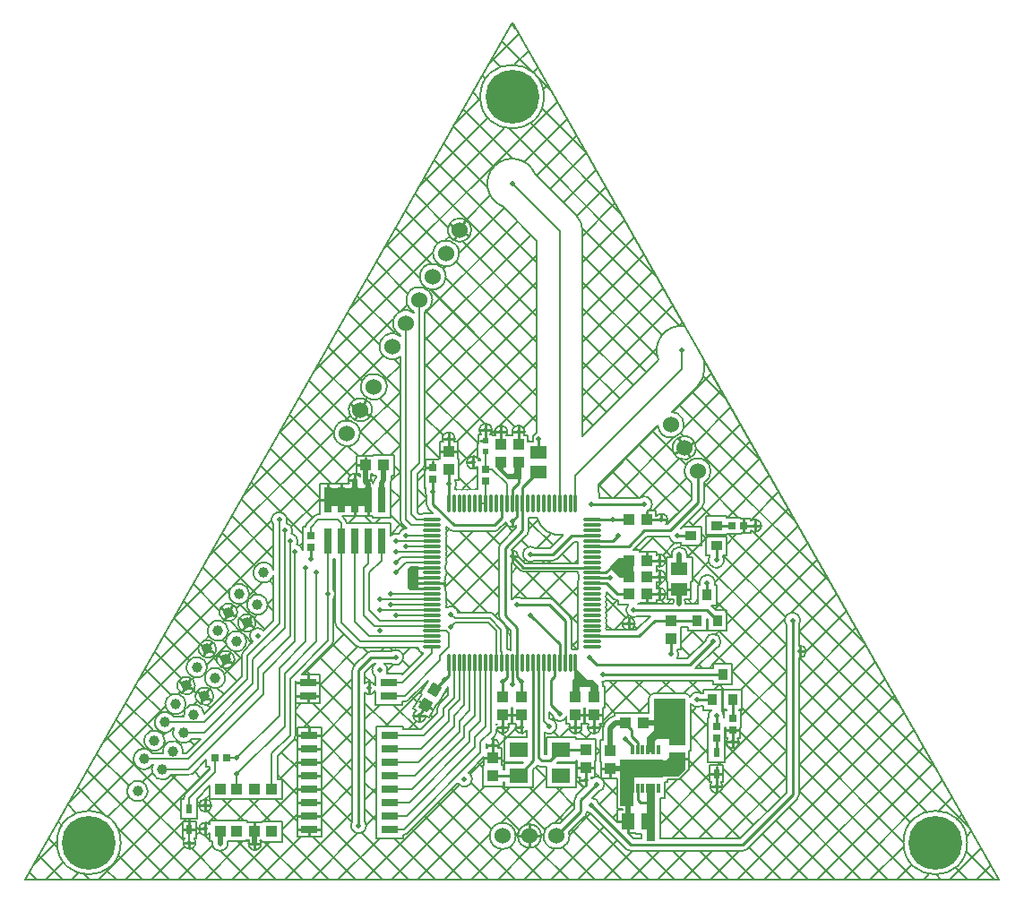
<source format=gtl>
%FSLAX25Y25*%
%MOIN*%
G70*
G01*
G75*
G04 Layer_Physical_Order=1*
G04 Layer_Color=255*
%ADD10C,0.00700*%
%ADD11R,0.06299X0.02992*%
%ADD12R,0.07087X0.05512*%
%ADD13R,0.13386X0.07087*%
%ADD14R,0.01181X0.03347*%
%ADD15R,0.03937X0.03937*%
%ADD16R,0.02992X0.09449*%
%ADD17R,0.03937X0.04331*%
%ADD18R,0.05906X0.05118*%
%ADD19R,0.02362X0.01969*%
%ADD20O,0.07087X0.01181*%
%ADD21O,0.01181X0.07087*%
%ADD22R,0.04331X0.03937*%
G04:AMPARAMS|DCode=23|XSize=39.37mil|YSize=43.31mil|CornerRadius=0mil|HoleSize=0mil|Usage=FLASHONLY|Rotation=150.000|XOffset=0mil|YOffset=0mil|HoleType=Round|Shape=Rectangle|*
%AMROTATEDRECTD23*
4,1,4,0.02788,0.00891,0.00622,-0.02860,-0.02788,-0.00891,-0.00622,0.02860,0.02788,0.00891,0.0*
%
%ADD23ROTATEDRECTD23*%

%ADD24R,0.05118X0.05906*%
%ADD25R,0.02362X0.03543*%
%ADD26R,0.02559X0.02953*%
%ADD27R,0.02953X0.02559*%
%ADD28R,0.03937X0.03347*%
%ADD29R,0.03937X0.03347*%
%ADD30R,0.03347X0.03937*%
%ADD31R,0.03347X0.03937*%
%ADD32C,0.01000*%
%ADD33C,0.02000*%
%ADD34C,0.00600*%
%ADD35C,0.20000*%
%ADD36C,0.03937*%
%ADD37C,0.06000*%
%ADD38C,0.02598*%
%ADD39C,0.02000*%
G36*
X64567Y-69291D02*
X61811Y-72047D01*
X53937D01*
Y-65748D01*
X57087D01*
X58661Y-64173D01*
X64567D01*
Y-69291D01*
D02*
G37*
G36*
Y-57874D02*
X53937D01*
X53150Y-58661D01*
Y-62992D01*
X50000D01*
Y-57480D01*
X52756Y-54724D01*
Y-42913D01*
X64567D01*
Y-57874D01*
D02*
G37*
G36*
X53098Y-96063D02*
X50098D01*
Y-74563D01*
X53098D01*
Y-96063D01*
D02*
G37*
G36*
X45098Y-83063D02*
X40098D01*
Y-65563D01*
X45098D01*
Y-83063D01*
D02*
G37*
G36*
X28000Y-36000D02*
X30095D01*
X32000Y-37905D01*
Y-42000D01*
X29000D01*
Y-38500D01*
X25000D01*
Y-42000D01*
X22500D01*
Y-36000D01*
X23000Y-35500D01*
Y-32000D01*
X24000D01*
X28000Y-36000D01*
D02*
G37*
G36*
X-52362Y28740D02*
X-68504D01*
Y35433D01*
X-52362D01*
Y28740D01*
D02*
G37*
G36*
X-3106Y42476D02*
X-1500Y40870D01*
X394D01*
X894Y41370D01*
Y44870D01*
X3394D01*
Y38870D01*
X-1862D01*
X-5606Y42614D01*
Y45370D01*
X-3106D01*
Y42476D01*
D02*
G37*
G36*
X-35000Y-2500D02*
X-38000D01*
X-39000Y-1500D01*
Y5488D01*
X-37988Y6500D01*
X-35000D01*
Y-2500D01*
D02*
G37*
G36*
X45000Y2000D02*
X40000D01*
X36500Y5500D01*
Y6500D01*
X39500Y9500D01*
X45000D01*
Y2000D01*
D02*
G37*
D10*
X69020Y73565D02*
G03*
X71516Y79592I-6027J6027D01*
G01*
X73905Y41735D02*
G03*
X73255Y44160I-4850J0D01*
G01*
X69014Y73559D02*
G03*
X71516Y79592I-6022J6033D01*
G01*
X68405Y50395D02*
G03*
X67822Y52570I-4350J0D01*
G01*
X73255Y44160D02*
G03*
X64855Y39310I-4200J-2425D01*
G01*
X71405Y37492D02*
G03*
X73905Y41735I-2350J4243D01*
G01*
X70715Y28415D02*
G03*
X71405Y30079I-1660J1664D01*
G01*
X70717Y28417D02*
G03*
X71405Y30079I-1662J1662D01*
G01*
X64855Y39310D02*
G03*
X66705Y37492I4200J2425D01*
G01*
X92704Y21457D02*
G03*
X88850Y23262I-2350J0D01*
G01*
Y19651D02*
G03*
X92704Y21457I1504J1805D01*
G01*
X63905Y59055D02*
G03*
X63255Y61480I-4850J0D01*
G01*
X64111Y95770D02*
G03*
X54458Y83113I-1119J-9156D01*
G01*
X54855Y56630D02*
G03*
X63905Y59055I4200J2425D01*
G01*
X67822Y52570D02*
G03*
X60288Y48220I-3767J-2175D01*
G01*
D02*
G03*
X68405Y50395I3767J2175D01*
G01*
X63255Y61480D02*
G03*
X59351Y63896I-4200J-2425D01*
G01*
X54214Y58759D02*
G03*
X54855Y56630I4841J296D01*
G01*
X57265Y22035D02*
G03*
X57881Y23622I-1733J1587D01*
G01*
D02*
G03*
X53682Y25072I-2350J0D01*
G01*
X50408Y26941D02*
G03*
X52063Y29528I-1196J2587D01*
G01*
D02*
G03*
X47600Y31878I-2850J0D01*
G01*
X73634Y10274D02*
G03*
X78834Y8661I2350J-1612D01*
G01*
D02*
G03*
X78334Y10274I-2850J0D01*
G01*
X75398Y-512D02*
G03*
X75488Y197I-2760J709D01*
G01*
D02*
G03*
X69877Y-512I-2850J0D01*
G01*
X64555Y-7480D02*
G03*
X64155Y-6169I-2350J0D01*
G01*
X107181Y-13780D02*
G03*
X101981Y-15392I-2850J0D01*
G01*
X106681D02*
G03*
X107181Y-13780I-2350J1612D01*
G01*
X75325Y-24455D02*
G03*
X77653Y-21654I-521J2802D01*
G01*
D02*
G03*
X72001Y-21132I-2850J0D01*
G01*
X65055Y10630D02*
G03*
X59355Y10630I-2850J0D01*
G01*
X65055D02*
G03*
X59355Y10630I-2850J0D01*
G01*
X58593Y17335D02*
G03*
X62717Y15180I2824J381D01*
G01*
X53708Y6427D02*
G03*
X57165Y8500I1107J2073D01*
G01*
D02*
G03*
X53708Y10573I-2350J0D01*
G01*
X57165Y2500D02*
G03*
X53708Y4573I-2350J0D01*
G01*
Y427D02*
G03*
X57165Y2500I1107J2073D01*
G01*
Y-4000D02*
G03*
X53708Y-1927I-2350J0D01*
G01*
X60255Y-6169D02*
G03*
X59855Y-7492I1950J-1311D01*
G01*
X53708Y-6073D02*
G03*
X57165Y-4000I1107J2073D01*
G01*
X26241Y131102D02*
G03*
X23739Y137135I-8524J0D01*
G01*
X26241Y131102D02*
G03*
X23744Y137130I-8524J0D01*
G01*
X9193Y56097D02*
G03*
X7772Y52728I650J-2258D01*
G01*
X4435Y55232D02*
G03*
X4712Y56339I-2073J1107D01*
G01*
X32437Y32677D02*
G03*
X32146Y34922I-8815J0D01*
G01*
X24361Y15367D02*
G03*
X24538Y14764I2410J381D01*
G01*
D02*
G03*
X24538Y12795I2233J-984D01*
G01*
X8858Y24538D02*
G03*
X9224Y24411I984J2233D01*
G01*
X6890Y24538D02*
G03*
X8858Y24538I984J2233D01*
G01*
X9224Y24411D02*
G03*
X19069Y18061I8493J2361D01*
G01*
X6287Y24361D02*
G03*
X6890Y24538I-381J2410D01*
G01*
X5599Y18023D02*
G03*
X6287Y19685I-1662J1662D01*
G01*
X5597Y18022D02*
G03*
X6287Y19685I-1660J1664D01*
G01*
X11850Y181102D02*
G03*
X11850Y181102I-11850J0D01*
G01*
X8520Y152354D02*
G03*
X-3535Y140299I-8520J-3535D01*
G01*
X4712Y56339D02*
G03*
X289Y55232I-2350J0D01*
G01*
X-7492Y57087D02*
G03*
X-11561Y55484I-2350J0D01*
G01*
X-8124D02*
G03*
X-7492Y57087I-1719J1603D01*
G01*
X-2033Y55232D02*
G03*
X-1756Y56339I-2073J1107D01*
G01*
X-2296Y22727D02*
G03*
X1587Y21495I2296J501D01*
G01*
X-1756Y56339D02*
G03*
X-6179Y55232I-2350J0D01*
G01*
X8502Y13177D02*
G03*
X8502Y8477I-1612J-2350D01*
G01*
X-4160Y14911D02*
G03*
X-4850Y13248I1660J-1664D01*
G01*
X-12375Y45846D02*
G03*
X-12664Y46378I-2192J-846D01*
G01*
X-4162Y14910D02*
G03*
X-4850Y13248I1662J-1662D01*
G01*
X-6693Y19304D02*
G03*
X-5029Y19994I0J2350D01*
G01*
X-6693Y19304D02*
G03*
X-5031Y19992I0J2350D01*
G01*
X37337Y-5660D02*
G03*
X39000Y-6350I1664J1660D01*
G01*
X34910Y-4921D02*
G03*
X35118Y-3937I-2233J984D01*
G01*
D02*
G03*
X35052Y-3376I-2441J0D01*
G01*
X35118Y-5906D02*
G03*
X34910Y-4921I-2441J0D01*
G01*
X37338Y-5662D02*
G03*
X39000Y-6350I1662J1662D01*
G01*
X35118Y-9843D02*
G03*
X34910Y-8858I-2441J0D01*
G01*
X24538Y10827D02*
G03*
X24538Y8858I2233J-984D01*
G01*
Y12795D02*
G03*
X24538Y10827I2233J-984D01*
G01*
X24879Y2396D02*
G03*
X24879Y1541I1893J-428D01*
G01*
X24538Y8858D02*
G03*
X24387Y7356I2233J-984D01*
G01*
X24387Y4456D02*
G03*
X24879Y2396I2385J-519D01*
G01*
X24879Y1541D02*
G03*
X24538Y-984I1893J-1541D01*
G01*
D02*
G03*
X24538Y-2953I2233J-984D01*
G01*
X35118Y-7874D02*
G03*
X34910Y-6890I-2441J0D01*
G01*
Y-6890D02*
G03*
X35118Y-5906I-2233J984D01*
G01*
X34910Y-10827D02*
G03*
X35118Y-9843I-2233J984D01*
G01*
X34910Y-8858D02*
G03*
X35118Y-7874I-2233J984D01*
G01*
X24538Y-4921D02*
G03*
X24538Y-6890I2233J-984D01*
G01*
Y-2953D02*
G03*
X24538Y-4921I2233J-984D01*
G01*
Y-6890D02*
G03*
X24538Y-8858I2233J-984D01*
G01*
X43269Y-7818D02*
G03*
X46888Y-12192I2007J-2024D01*
G01*
X45681Y-14999D02*
G03*
X43075Y-17335I-2350J0D01*
G01*
X43586D02*
G03*
X45681Y-14999I-256J2336D01*
G01*
X34910Y-12795D02*
G03*
X35118Y-11811I-2233J984D01*
G01*
D02*
G03*
X34910Y-10827I-2441J0D01*
G01*
X35118Y-15748D02*
G03*
X34910Y-14764I-2441J0D01*
G01*
X35118Y-13780D02*
G03*
X34910Y-12795I-2441J0D01*
G01*
Y-14764D02*
G03*
X35118Y-13780I-2233J984D01*
G01*
X24538Y-8858D02*
G03*
X24538Y-10827I2233J-984D01*
G01*
Y-12795D02*
G03*
X24538Y-14764I2233J-984D01*
G01*
X34910Y-16732D02*
G03*
X35118Y-15748I-2233J984D01*
G01*
X24538Y-14764D02*
G03*
X24538Y-16732I2233J-984D01*
G01*
X35088Y-17335D02*
G03*
X34910Y-16732I-2410J-381D01*
G01*
X24538Y-18701D02*
G03*
X24538Y-20669I2233J-984D01*
G01*
Y-16732D02*
G03*
X24538Y-18701I2233J-984D01*
G01*
Y-20669D02*
G03*
X24538Y-22638I2233J-984D01*
G01*
X15157Y8477D02*
G03*
X16821Y9167I0J2350D01*
G01*
X15157Y8477D02*
G03*
X16819Y9165I0J2350D01*
G01*
X15441Y-6212D02*
G03*
X13780Y-5524I-1662J-1662D01*
G01*
X2350Y10000D02*
G03*
X-76Y12349I-2350J0D01*
G01*
X3069Y4880D02*
G03*
X4095Y4456I1025J1025D01*
G01*
X-150Y7655D02*
G03*
X282Y7667I150J2345D01*
G01*
X3066Y4883D02*
G03*
X4095Y4456I1028J1022D01*
G01*
X3581Y-5524D02*
G03*
X-150Y-5968I-1612J-2350D01*
G01*
X24538Y-10827D02*
G03*
X24538Y-12795I2233J-984D01*
G01*
X22035Y-13780D02*
G03*
X21345Y-12116I-2350J0D01*
G01*
X15443Y-6214D02*
G03*
X13780Y-5524I-1664J-1660D01*
G01*
X24538Y-22638D02*
G03*
X24491Y-24491I2233J-984D01*
G01*
D02*
G03*
X22638Y-24538I-869J-2281D01*
G01*
X22035Y-13780D02*
G03*
X21347Y-12118I-2350J0D01*
G01*
X22638Y-24538D02*
G03*
X22035Y-24361I-984J-2233D01*
G01*
X-4850Y-12067D02*
G03*
X-4162Y-13729I2350J0D01*
G01*
X-4850Y-12067D02*
G03*
X-4160Y-13730I2350J0D01*
G01*
X-6713Y-11447D02*
G03*
X-8233Y-10817I-1520J-1520D01*
G01*
X-6713Y-11447D02*
G03*
X-8233Y-10817I-1520J-1520D01*
G01*
X-1971Y-17079D02*
G03*
X-2601Y-15559I-2150J0D01*
G01*
X-1971Y-17079D02*
G03*
X-2601Y-15559I-2150J0D01*
G01*
X109437Y-25394D02*
G03*
X106681Y-23079I-2350J0D01*
G01*
Y-27708D02*
G03*
X109437Y-25394I406J2315D01*
G01*
X78834Y-49213D02*
G03*
X77925Y-47126I-2850J0D01*
G01*
X78768Y-49823D02*
G03*
X78834Y-49213I-2784J611D01*
G01*
X61905Y-26378D02*
G03*
X61405Y-24766I-2850J0D01*
G01*
X61434Y-27948D02*
G03*
X61905Y-26378I-2379J1570D01*
G01*
X66453Y-44772D02*
G03*
X70510Y-45657I2444J1465D01*
G01*
X70510Y-40957D02*
G03*
X66289Y-42160I-1612J-2350D01*
G01*
X74043Y-47126D02*
G03*
X73200Y-49823I1941J-2087D01*
G01*
X84437Y-59055D02*
G03*
X83892Y-57551I-2350J0D01*
G01*
X80281D02*
G03*
X84437Y-59055I1805J-1504D01*
G01*
X105991Y-80404D02*
G03*
X106681Y-78740I-1660J1664D01*
G01*
X105992Y-80402D02*
G03*
X106681Y-78740I-1662J1662D01*
G01*
X78334Y-75590D02*
G03*
X77703Y-73988I-2350J0D01*
G01*
X169330Y-96457D02*
G03*
X169330Y-96457I-11850J0D01*
G01*
X85827Y-99594D02*
G03*
X87490Y-98904I0J2350D01*
G01*
X85827Y-99594D02*
G03*
X87489Y-98906I0J2350D01*
G01*
X74266Y-73988D02*
G03*
X78334Y-75590I1719J-1603D01*
G01*
X42431Y-98904D02*
G03*
X44094Y-99594I1664J1660D01*
G01*
X33400Y-36671D02*
G03*
X35471Y-36208I458J2813D01*
G01*
X38237Y-49236D02*
G03*
X36583Y-50048I362J-2827D01*
G01*
X38237Y-49236D02*
G03*
X36579Y-50052I362J-2827D01*
G01*
X14915Y-48947D02*
G03*
X20303Y-49621I2802J521D01*
G01*
X16630Y-53150D02*
G03*
X13977Y-50306I-2850J0D01*
G01*
X34587Y-52043D02*
G03*
X33748Y-54063I2011J-2019D01*
G01*
X34583Y-52048D02*
G03*
X33748Y-54063I2015J-2015D01*
G01*
X32850Y-53500D02*
G03*
X32556Y-52362I-2350J0D01*
G01*
X28444D02*
G03*
X32850Y-53500I2056J-1138D01*
G01*
X25972D02*
G03*
X25678Y-52362I-2350J0D01*
G01*
X21566D02*
G03*
X25972Y-53500I2056J-1138D01*
G01*
X12192Y-55517D02*
G03*
X16630Y-53150I1587J2367D01*
G01*
X1444Y-52362D02*
G03*
X5524Y-54694I2056J-1138D01*
G01*
X-428Y-24879D02*
G03*
X-1971Y-24331I-1541J-1893D01*
G01*
X-1150Y-53500D02*
G03*
X-1444Y-52362I-2350J0D01*
G01*
X-5556D02*
G03*
X-5724Y-52741I2056J-1138D01*
G01*
Y-54259D02*
G03*
X-1150Y-53500I2224J759D01*
G01*
X-6354Y-56638D02*
G03*
X-5724Y-55118I-1520J1520D01*
G01*
X-6354Y-56638D02*
G03*
X-5724Y-55118I-1520J1520D01*
G01*
X-4776Y-60102D02*
G03*
X-7497Y-57782I-2350J0D01*
G01*
X-9447Y-59731D02*
G03*
X-9182Y-61241I2321J-371D01*
G01*
X-5070D02*
G03*
X-4776Y-60102I-2056J1138D01*
G01*
X32018Y-77605D02*
G03*
X34346Y-74803I-521J2802D01*
G01*
D02*
G03*
X30692Y-72069I-2850J0D01*
G01*
D02*
G03*
X30318Y-72208I804J-2734D01*
G01*
X29621Y-72657D02*
G03*
X29430Y-72208I-2247J-689D01*
G01*
X25318D02*
G03*
X27281Y-75695I2056J-1138D01*
G01*
X30318Y-72208D02*
G03*
X29621Y-72657I1179J-2595D01*
G01*
X42433Y-98906D02*
G03*
X44094Y-99594I1662J1662D01*
G01*
X32329Y-82156D02*
G03*
X29784Y-79839I-2802J-521D01*
G01*
X23931Y-79045D02*
G03*
X23241Y-80709I1660J-1664D01*
G01*
X23929Y-79047D02*
G03*
X23241Y-80709I1662J-1662D01*
G01*
X27937Y-85042D02*
G03*
X29006Y-85479I1591J2365D01*
G01*
X27252Y-86571D02*
G03*
X27937Y-85042I-1662J1662D01*
G01*
X27250Y-86573D02*
G03*
X27937Y-85042I-1660J1664D01*
G01*
X9480Y-67792D02*
G03*
X11000Y-68350I1520J1792D01*
G01*
X9480Y-67792D02*
G03*
X11000Y-68350I1520J1792D01*
G01*
X21350Y-94000D02*
G03*
X21162Y-92662I-4850J0D01*
G01*
X17838Y-89338D02*
G03*
X21350Y-94000I-1338J-4662D01*
G01*
X10850D02*
G03*
X10850Y-94000I-4350J0D01*
G01*
X1350D02*
G03*
X1350Y-94000I-4850J0D01*
G01*
X-15760Y129319D02*
G03*
X-15178Y131494I-3767J2175D01*
G01*
D02*
G03*
X-23295Y133669I-4350J0D01*
G01*
D02*
G03*
X-15760Y129319I3767J-2175D01*
G01*
X-20327Y120408D02*
G03*
X-19678Y122834I-4200J2425D01*
G01*
X-25327Y111748D02*
G03*
X-24678Y114173I-4200J2425D01*
G01*
X-19678Y122834D02*
G03*
X-28728Y125259I-4850J0D01*
G01*
D02*
G03*
X-20327Y120408I4200J-2425D01*
G01*
X-30327Y103088D02*
G03*
X-29678Y105513I-4200J2425D01*
G01*
X-12874Y46630D02*
G03*
X-12972Y43274I-1693J-1630D01*
G01*
X-12664Y46378D02*
G03*
X-12874Y46630I-1903J-1378D01*
G01*
X-21566Y52716D02*
G03*
X-21272Y53854I-2056J1138D01*
G01*
D02*
G03*
X-25678Y52716I-2350J0D01*
G01*
X-24678Y114173D02*
G03*
X-33728Y116598I-4850J0D01*
G01*
X-32378Y101166D02*
G03*
X-30327Y103088I-2150J4347D01*
G01*
X-33728Y116598D02*
G03*
X-25327Y111748I4200J-2425D01*
G01*
X-29678Y105513D02*
G03*
X-38728Y107938I-4850J0D01*
G01*
D02*
G03*
X-36678Y101166I4200J-2425D01*
G01*
Y100777D02*
G03*
X-43728Y99278I-2850J-3924D01*
G01*
X-41678Y92117D02*
G03*
X-48728Y90618I-2850J-3924D01*
G01*
X-43728Y99278D02*
G03*
X-41678Y92505I4200J-2425D01*
G01*
X-48728Y90618D02*
G03*
X-41678Y84268I4200J-2425D01*
G01*
X-33007Y43086D02*
G03*
X-32378Y44606I-1520J1520D01*
G01*
X-33007Y43086D02*
G03*
X-32378Y44606I-1520J1520D01*
G01*
X-20772Y37008D02*
G03*
X-21189Y38493I-2850J0D01*
G01*
X-16732Y34910D02*
G03*
X-18701Y34910I-984J-2233D01*
G01*
D02*
G03*
X-20669Y34910I-984J-2233D01*
G01*
X-12972Y34980D02*
G03*
X-14764Y34910I-807J-2303D01*
G01*
D02*
G03*
X-16732Y34910I-984J-2233D01*
G01*
X-20669D02*
G03*
X-21272Y35088I-984J-2233D01*
G01*
Y35395D02*
G03*
X-20772Y37008I-2350J1612D01*
G01*
X-23315Y19992D02*
G03*
X-21654Y19304I1662J1662D01*
G01*
X-23317Y19994D02*
G03*
X-21654Y19304I1664J1660D01*
G01*
X-24538Y20669D02*
G03*
X-24400Y21077I-2233J984D01*
G01*
X-24331Y19685D02*
G03*
X-24538Y20669I-2441J0D01*
G01*
Y14764D02*
G03*
X-24331Y15748I-2233J984D01*
G01*
D02*
G03*
X-24538Y16732I-2441J0D01*
G01*
Y12795D02*
G03*
X-24331Y13780I-2233J984D01*
G01*
D02*
G03*
X-24538Y14764I-2441J0D01*
G01*
X-24331Y17717D02*
G03*
X-24538Y18701I-2441J0D01*
G01*
D02*
G03*
X-24331Y19685I-2233J984D01*
G01*
X-24538Y16732D02*
G03*
X-24331Y17717I-2233J984D01*
G01*
X-24538Y8858D02*
G03*
X-24331Y9843I-2233J984D01*
G01*
D02*
G03*
X-24538Y10827I-2441J0D01*
G01*
X-24331Y7874D02*
G03*
X-24538Y8858I-2441J0D01*
G01*
X-24879Y2396D02*
G03*
X-24331Y3937I-1893J1541D01*
G01*
D02*
G03*
X-24879Y5478I-2441J0D01*
G01*
X-20049Y-10817D02*
G03*
X-24455Y-9073I-2786J-600D01*
G01*
X-24538Y10827D02*
G03*
X-24331Y11811I-2233J984D01*
G01*
D02*
G03*
X-24538Y12795I-2441J0D01*
G01*
X-24879Y6333D02*
G03*
X-24331Y7874I-1893J1541D01*
G01*
X-24879Y5478D02*
G03*
X-24831Y5906I-1893J428D01*
G01*
Y1969D02*
G03*
X-24879Y2396I-1940J0D01*
G01*
X-24831Y5906D02*
G03*
X-24879Y6333I-1940J0D01*
G01*
Y-2396D02*
G03*
X-24831Y-1969I-1893J428D01*
G01*
X-24331Y-7874D02*
G03*
X-24538Y-6890I-2441J0D01*
G01*
Y-6890D02*
G03*
X-24331Y-5906I-2233J984D01*
G01*
X-24538Y-8858D02*
G03*
X-24331Y-7874I-2233J984D01*
G01*
X-24538Y-4921D02*
G03*
X-24331Y-3937I-2233J984D01*
G01*
D02*
G03*
X-24879Y-2396I-2441J0D01*
G01*
X-24331Y-5906D02*
G03*
X-24538Y-4921I-2441J0D01*
G01*
X-32112Y35453D02*
G03*
X-31878Y32640I2585J-1201D01*
G01*
Y29528D02*
G03*
X-31189Y27866I2350J0D01*
G01*
X-31878Y29528D02*
G03*
X-31187Y27864I2350J0D01*
G01*
X-45296Y36930D02*
G03*
X-44945Y38299I-2500J1369D01*
G01*
X-45296Y36930D02*
G03*
X-44945Y38299I-2500J1369D01*
G01*
X-32677Y26063D02*
G03*
X-33832Y25772I0J-2441D01*
G01*
X-45296Y36930D02*
G03*
X-44945Y38299I-2500J1369D01*
G01*
X-24831Y0D02*
G03*
X-25099Y984I-1940J0D01*
G01*
D02*
G03*
X-24831Y1969I-1672J984D01*
G01*
X-25099Y-984D02*
G03*
X-24831Y0I-1672J984D01*
G01*
X-39355Y20567D02*
G03*
X-42148Y18352I-15J-2850D01*
G01*
X-24831Y-1969D02*
G03*
X-25099Y-984I-1940J0D01*
G01*
X-35111Y-23803D02*
G03*
X-33016Y-26039I2434J181D01*
G01*
X-41678Y23779D02*
G03*
X-41048Y22259I2150J0D01*
G01*
X-41678Y23779D02*
G03*
X-41048Y22259I2150J0D01*
G01*
X-40457Y-27559D02*
G03*
X-44919Y-25209I-2850J0D01*
G01*
X-42148Y18352D02*
G03*
X-45296Y17789I-1159J-2604D01*
G01*
X-44919Y-29909D02*
G03*
X-40457Y-27559I1612J2350D01*
G01*
X-47217Y70801D02*
G03*
X-46567Y73226I-4200J2425D01*
G01*
D02*
G03*
X-55617Y75651I-4850J0D01*
G01*
D02*
G03*
X-47217Y70801I4200J-2425D01*
G01*
X-52650Y62391D02*
G03*
X-52067Y64566I-3767J2175D01*
G01*
D02*
G03*
X-60185Y66741I-4350J0D01*
G01*
D02*
G03*
X-52650Y62391I3767J-2175D01*
G01*
X-57217Y53480D02*
G03*
X-56567Y55905I-4200J2425D01*
G01*
X-56438Y39967D02*
G03*
X-56642Y39686I1797J-1515D01*
G01*
X-56642D02*
G03*
X-57768Y40634I-2000J-1234D01*
G01*
X-50657Y39468D02*
G03*
X-51481Y37704I2015J-2015D01*
G01*
X-50657Y39468D02*
G03*
X-51481Y37704I2015J-2015D01*
G01*
X-51708Y37204D02*
G03*
X-51842Y37704I-1934J-252D01*
G01*
D02*
G03*
X-52263Y38331I-1799J-752D01*
G01*
X-51842Y37704D02*
G03*
X-52263Y38331I-1799J-752D01*
G01*
X-51708Y37204D02*
G03*
X-51842Y37704I-1934J-252D01*
G01*
X-52292Y38452D02*
G03*
X-52538Y39500I-2350J0D01*
G01*
X-58004Y40714D02*
G03*
X-60633Y37204I-638J-2262D01*
G01*
X-56567Y55905D02*
G03*
X-65618Y58331I-4850J0D01*
G01*
D02*
G03*
X-57217Y53480I4200J-2425D01*
G01*
X-72047Y25772D02*
G03*
X-73567Y25142I0J-2150D01*
G01*
X-72047Y25772D02*
G03*
X-73567Y25142I0J-2150D01*
G01*
X-61492Y22350D02*
G03*
X-62121Y23823I-2149J-46D01*
G01*
X-61492Y22350D02*
G03*
X-62121Y23823I-2149J-46D01*
G01*
X-76323Y22386D02*
G03*
X-76946Y21043I1520J-1520D01*
G01*
X-76323Y22386D02*
G03*
X-76946Y21043I1520J-1520D01*
G01*
X-83764Y23622D02*
G03*
X-88764Y21751I-2850J0D01*
G01*
X-84010Y22463D02*
G03*
X-83764Y23622I-2604J1159D01*
G01*
X-81796Y19685D02*
G03*
X-84010Y22463I-2850J0D01*
G01*
X-79827Y15748D02*
G03*
X-82042Y18526I-2850J0D01*
G01*
Y18526D02*
G03*
X-81796Y19685I-2604J1159D01*
G01*
X-77933Y12456D02*
G03*
X-80073Y14589I-2776J-645D01*
G01*
X-66492Y-5808D02*
G03*
X-65792Y-3948I-2150J1871D01*
G01*
Y-3926D02*
G03*
X-66492Y-2066I-2850J-11D01*
G01*
X-80073Y14589D02*
G03*
X-79827Y15748I-2604J1159D01*
G01*
X-89100Y2158D02*
G03*
X-88764Y2924I-3307J1909D01*
G01*
Y5211D02*
G03*
X-95714Y5977I-3643J-1144D01*
G01*
D02*
G03*
X-89100Y2158I3307J-1909D01*
G01*
X-91449Y-9783D02*
G03*
X-90937Y-7874I-3307J1909D01*
G01*
D02*
G03*
X-98063Y-5965I-3819J0D01*
G01*
X-98268Y-5846D02*
G03*
X-97756Y-3937I-3307J1909D01*
G01*
X-98063Y-5965D02*
G03*
X-91449Y-9783I3307J-1909D01*
G01*
X-58213Y-23174D02*
G03*
X-56693Y-23803I1520J1520D01*
G01*
X-58213Y-23174D02*
G03*
X-56693Y-23803I1520J1520D01*
G01*
X-65792Y-14705D02*
G03*
X-65162Y-16225I2150J0D01*
G01*
X-52362Y-25209D02*
G03*
X-54026Y-25899I0J-2350D01*
G01*
X-52362Y-25209D02*
G03*
X-54024Y-25897I0J-2350D01*
G01*
X-46363Y-32283D02*
G03*
X-47636Y-29909I-2850J0D01*
G01*
X-58747Y-30620D02*
G03*
X-59437Y-32283I1660J-1664D01*
G01*
X-58748Y-30622D02*
G03*
X-59437Y-32283I1662J-1662D01*
G01*
X-65792Y-14705D02*
G03*
X-65162Y-16225I2150J0D01*
G01*
X-67121Y-22918D02*
G03*
X-66492Y-21398I-1520J1520D01*
G01*
X-67121Y-22918D02*
G03*
X-66492Y-21398I-1520J1520D01*
G01*
X-95819Y-16352D02*
G03*
X-95374Y-14693I-2874J1659D01*
G01*
X-92434Y-17740D02*
G03*
X-96433Y-21739I-2251J-1748D01*
G01*
X-102638Y-12415D02*
G03*
X-102193Y-10756I-2874J1659D01*
G01*
X-97756Y-3937D02*
G03*
X-104882Y-2028I-3819J0D01*
G01*
D02*
G03*
X-98268Y-5846I3307J-1909D01*
G01*
X-95374Y-14693D02*
G03*
X-101567Y-13034I-3319J0D01*
G01*
D02*
G03*
X-95819Y-16352I2874J-1659D01*
G01*
X-98811Y-21512D02*
G03*
X-105937Y-19603I-3819J0D01*
G01*
X-102193Y-10756D02*
G03*
X-108386Y-9097I-3319J0D01*
G01*
D02*
G03*
X-102638Y-12415I2874J-1659D01*
G01*
X-106142Y-19485D02*
G03*
X-105630Y-17575I-3307J1909D01*
G01*
D02*
G03*
X-112756Y-15666I-3819J0D01*
G01*
D02*
G03*
X-106142Y-19485I3307J-1909D01*
G01*
X-99323Y-23422D02*
G03*
X-98811Y-21512I-3307J1909D01*
G01*
X-105937Y-19603D02*
G03*
X-99323Y-23422I3307J-1909D01*
G01*
X-103248Y-28331D02*
G03*
X-109441Y-26672I-3319J0D01*
G01*
X-99945Y-25251D02*
G03*
X-100575Y-26772I1520J-1520D01*
G01*
X-99945Y-25251D02*
G03*
X-100575Y-26772I1520J-1520D01*
G01*
X-103693Y-29991D02*
G03*
X-103248Y-28331I-2874J1659D01*
G01*
X-109441Y-26672D02*
G03*
X-103693Y-29991I2874J-1659D01*
G01*
X-110067Y-24394D02*
G03*
X-116260Y-22735I-3319J0D01*
G01*
D02*
G03*
X-110512Y-26054I2874J-1659D01*
G01*
D02*
G03*
X-110067Y-24394I-2874J1659D01*
G01*
X-113504Y-31213D02*
G03*
X-120630Y-29304I-3819J0D01*
G01*
X-39902Y-44020D02*
G03*
X-38381Y-43390I0J2150D01*
G01*
X-39902Y-44020D02*
G03*
X-38381Y-43390I0J2150D01*
G01*
X-46647Y-33524D02*
G03*
X-46363Y-32283I-2566J1240D01*
G01*
X-50789Y-29909D02*
G03*
X-51023Y-34484I1576J-2374D01*
G01*
X-54737Y-40710D02*
G03*
X-51023Y-39977I1587J1733D01*
G01*
X-27111Y-44936D02*
G03*
X-27741Y-46457I1520J-1520D01*
G01*
X-27111Y-44936D02*
G03*
X-27741Y-46457I1520J-1520D01*
G01*
X-35625Y-47297D02*
G03*
X-32064Y-49353I1211J-2014D01*
G01*
X-51023Y-37976D02*
G03*
X-54737Y-37243I-2126J-1001D01*
G01*
X-14866Y-72835D02*
G03*
X-16200Y-70422I-2850J0D01*
G01*
X-20130Y-74351D02*
G03*
X-14866Y-72835I2413J1517D01*
G01*
X-40319Y-93650D02*
G03*
X-38799Y-93020I0J2150D01*
G01*
X-59437Y-88545D02*
G03*
X-54237Y-90158I2350J-1612D01*
G01*
X-40319Y-93650D02*
G03*
X-38799Y-93020I0J2150D01*
G01*
X-54237Y-90158D02*
G03*
X-54737Y-88545I-2850J0D01*
G01*
X-107197Y-37060D02*
G03*
X-106685Y-35150I-3307J1909D01*
G01*
D02*
G03*
X-113811Y-33241I-3819J0D01*
G01*
D02*
G03*
X-107197Y-37060I3307J-1909D01*
G01*
X-111122Y-41969D02*
G03*
X-117315Y-40310I-3319J0D01*
G01*
X-111567Y-43629D02*
G03*
X-111122Y-41969I-2874J1659D01*
G01*
X-114016Y-33123D02*
G03*
X-113504Y-31213I-3307J1909D01*
G01*
X-118386Y-39692D02*
G03*
X-117941Y-38032I-2874J1659D01*
G01*
X-120630Y-29304D02*
G03*
X-114016Y-33123I3307J-1909D01*
G01*
X-81157Y-58162D02*
G03*
X-80527Y-56642I-1520J1520D01*
G01*
X-81157Y-58162D02*
G03*
X-80527Y-56642I-1520J1520D01*
G01*
X-117315Y-40310D02*
G03*
X-111567Y-43629I2874J-1659D01*
G01*
X-120427Y-71396D02*
G03*
X-118907Y-70766I0J2150D01*
G01*
X-120427Y-71396D02*
G03*
X-118907Y-70766I0J2150D01*
G01*
X-117941Y-38032D02*
G03*
X-124134Y-36373I-3319J0D01*
G01*
D02*
G03*
X-118386Y-39692I2874J-1659D01*
G01*
X-121378Y-44852D02*
G03*
X-128504Y-42942I-3819J0D01*
G01*
X-114568Y-48535D02*
G03*
X-121685Y-46879I-3810J-254D01*
G01*
X-121890Y-46761D02*
G03*
X-121378Y-44852I-3307J1909D01*
G01*
X-121685Y-46879D02*
G03*
X-122125Y-49521I3307J-1909D01*
G01*
X-128504Y-42942D02*
G03*
X-121890Y-46761I3307J-1909D01*
G01*
X-125689Y-53821D02*
G03*
X-119159Y-57758I3375J-1787D01*
G01*
X-125978Y-49521D02*
G03*
X-132441Y-49762I-3156J-2150D01*
G01*
X-129764Y-60399D02*
G03*
X-129252Y-58490I-3307J1909D01*
G01*
X-132441Y-49762D02*
G03*
X-125978Y-53821I3307J-1909D01*
G01*
X-129252Y-58490D02*
G03*
X-136378Y-56581I-3819J0D01*
G01*
X-122504Y-63159D02*
G03*
X-122433Y-62427I-3748J732D01*
G01*
D02*
G03*
X-129559Y-60518I-3819J0D01*
G01*
D02*
G03*
X-129999Y-63159I3307J-1909D01*
G01*
X-133563Y-67459D02*
G03*
X-127033Y-71396I3374J-1787D01*
G01*
X-121599Y-78401D02*
G03*
X-122229Y-79921I1520J-1520D01*
G01*
X-121599Y-78401D02*
G03*
X-122229Y-79921I1520J-1520D01*
G01*
X-136378Y-56581D02*
G03*
X-129764Y-60399I3307J-1909D01*
G01*
X-140315Y-63400D02*
G03*
X-133852Y-67459I3307J-1909D01*
G01*
Y-63159D02*
G03*
X-140315Y-63400I-3156J-2150D01*
G01*
X-135538Y-77250D02*
G03*
X-142663Y-75341I-3819J0D01*
G01*
X-136049Y-79160D02*
G03*
X-135538Y-77250I-3307J1909D01*
G01*
X-142663Y-75341D02*
G03*
X-136049Y-79160I3307J-1909D01*
G01*
X-93370Y-96882D02*
G03*
X-93720Y-95649I-2350J0D01*
G01*
X-97721D02*
G03*
X-93370Y-96882I2001J-1233D01*
G01*
X-111511Y-96764D02*
G03*
X-105811Y-96764I2850J0D01*
G01*
X-111511D02*
G03*
X-105811Y-96764I2850J0D01*
G01*
X-111823Y-82677D02*
G03*
X-111823Y-82677I-2350J0D01*
G01*
X-112480Y-89709D02*
G03*
X-112480Y-92968I-1693J-1630D01*
G01*
X-117729Y-96457D02*
G03*
X-118360Y-94854I-2350J0D01*
G01*
X-121797D02*
G03*
X-117729Y-96457I1719J-1603D01*
G01*
X-145630D02*
G03*
X-145630Y-96457I-11850J0D01*
G01*
X71405Y35817D02*
X88468Y52880D01*
X71570Y45882D02*
X84883Y59194D01*
X79973Y24586D02*
X95639Y40253D01*
X71405Y37328D02*
X84147Y24586D01*
X68005Y52217D02*
X81297Y65508D01*
X71164Y77167D02*
X79291Y69040D01*
X66943Y71488D02*
X92302Y46130D01*
X85019Y24086D02*
X88850D01*
X85019D02*
Y24586D01*
X88850Y23564D02*
X99225Y33939D01*
X88850Y23262D02*
Y24086D01*
X79803Y24586D02*
X85019D01*
X72166Y24980D02*
X79803D01*
Y24586D02*
Y24980D01*
X71516Y79592D02*
Y82731D01*
X71405Y30079D02*
Y37492D01*
X66705Y31052D02*
Y37492D01*
X70567Y28267D02*
X73854Y24980D01*
X68402Y50231D02*
X118323Y310D01*
X66727Y21240D02*
X92054Y46567D01*
X75486Y300D02*
X102811Y27625D01*
X89442Y19291D02*
X131334Y-22601D01*
X85019Y18827D02*
X88850D01*
Y19651D01*
X75503Y-9582D02*
X106396Y21311D01*
X85019Y18327D02*
Y18827D01*
X79803Y18327D02*
X85019D01*
X79803Y14516D02*
X83614Y18327D01*
X72166Y17933D02*
Y24980D01*
X70354Y18580D02*
X72166Y16769D01*
X65617Y23317D02*
X67695Y21240D01*
X70354Y14193D02*
Y21240D01*
X72166Y17933D02*
X79803D01*
Y18327D01*
Y10453D02*
Y17500D01*
X72886D02*
X73320Y17933D01*
X72166Y17500D02*
X79803D01*
X72166Y16779D02*
X72886Y17500D01*
X72166Y10453D02*
Y17500D01*
X59832Y63842D02*
X74126Y78136D01*
X59351Y63896D02*
X69014Y73559D01*
X63758Y57868D02*
X77711Y71822D01*
X0Y208661D02*
X64111Y95770D01*
X62736Y55897D02*
X63891Y54742D01*
X62333Y46400D02*
X64755Y43978D01*
X26241Y112191D02*
X54040Y84392D01*
X26241Y89648D02*
X52612Y116019D01*
X26241Y69849D02*
X59783Y103391D01*
X26241Y79748D02*
X56198Y109705D01*
X26189Y132042D02*
X62411Y95820D01*
X-1181Y169311D02*
X53269Y114861D01*
X26241Y122091D02*
X55863Y92468D01*
X62085Y95793D02*
X63369Y97077D01*
X52094Y56639D02*
X60061Y48673D01*
X26241Y54895D02*
X54458Y83113D01*
X26241Y59949D02*
X53813Y87521D01*
X32146Y36691D02*
X54214Y58759D01*
X52629Y26941D02*
X64908Y39220D01*
X47780Y31992D02*
X62234Y46445D01*
X61993Y66539D02*
X105313Y23220D01*
X57623Y22035D02*
X66705Y31117D01*
X47144Y51689D02*
X66705Y32129D01*
X37767Y31878D02*
X60242Y54353D01*
X42195Y46740D02*
X62294Y26641D01*
X63540Y21240D02*
X70354D01*
X57688Y22035D02*
X66705Y31052D01*
X63540Y21240D02*
X70715Y28415D01*
X62717Y20417D02*
X63540Y21240D01*
X50186Y17335D02*
X58593D01*
X51370Y27665D02*
X52094Y26941D01*
X53515Y25072D02*
Y26941D01*
X51370Y27665D02*
X52094Y26941D01*
X32146Y36156D02*
X54268Y58278D01*
X50408Y26941D02*
X53515D01*
X57265Y22035D02*
X57688D01*
X53515Y25519D02*
X53812Y25223D01*
X53515Y25519D02*
X53811Y25223D01*
X45169Y12319D02*
X50186Y17335D01*
X78334Y10453D02*
X79803D01*
X72166D02*
X73634D01*
X70354Y14967D02*
X72166Y16779D01*
X69580Y14193D02*
X70354Y14967D01*
X67007Y1721D02*
X73227Y7941D01*
X75398Y-512D02*
X76161D01*
X75883Y-9961D02*
X79901D01*
X76161Y-8149D02*
Y-512D01*
X74070Y-8149D02*
X76161D01*
X74104Y-8183D02*
X75883Y-9961D01*
X66508Y906D02*
X67007D01*
Y9724D01*
Y2128D02*
X69647Y-512D01*
X66508Y-6074D02*
Y906D01*
X65055Y9724D02*
X67007D01*
X65055D02*
Y10630D01*
X65111Y9724D02*
X69580Y14193D01*
X69115Y-512D02*
X69877D01*
X69115Y-7492D02*
Y-512D01*
X67693Y-7492D02*
X69115Y-6071D01*
X65310Y-6074D02*
X66728Y-7492D01*
X64155Y-6074D02*
X66508D01*
X64555Y-7492D02*
X69115D01*
X103805Y-10978D02*
X117153Y2370D01*
X78481Y10453D02*
X101676Y-12742D01*
X106681Y-18002D02*
X120739Y-3944D01*
X79901Y-15084D02*
X109982Y14997D01*
X64842Y14193D02*
X101981Y-22946D01*
X76161Y-7026D02*
X79096Y-9961D01*
X64841Y14193D02*
X101981Y-22946D01*
X106681Y-23079D02*
Y-15392D01*
X79901Y-17598D02*
Y-9961D01*
X72855Y-17598D02*
X79901D01*
X79096Y-9961D02*
X79901Y-10766D01*
X72421Y-13185D02*
X72855Y-13619D01*
X72421Y-13146D02*
X72855Y-13580D01*
Y-17598D02*
Y-13580D01*
X72421Y-17598D02*
Y-13146D01*
X65374Y-17598D02*
Y-16129D01*
X62874D02*
X65374D01*
X62874Y-17795D02*
Y-16129D01*
X75943Y-19041D02*
X77387Y-17598D01*
X66934Y-17598D02*
X71235Y-21899D01*
X65374Y-17598D02*
X72421D01*
X62874Y-17795D02*
Y-16457D01*
Y-24488D02*
Y-17795D01*
X62717Y14193D02*
X70354D01*
X62717D02*
Y15180D01*
X56011Y10523D02*
X60504Y15017D01*
X51800Y17335D02*
X59355Y9781D01*
Y9724D02*
Y10630D01*
X57402Y9724D02*
X59355D01*
X56985Y1598D02*
X57402Y2015D01*
X57131Y2104D02*
X57402Y1834D01*
X53708Y10573D02*
Y11818D01*
X47515D02*
X53708D01*
X47515Y11928D02*
X52923Y17335D01*
X53708Y5527D02*
X54419Y4816D01*
X53708Y4573D02*
Y5181D01*
Y5818D01*
Y6427D01*
Y5181D02*
Y5818D01*
X57402Y906D02*
X57902D01*
Y-6074D02*
Y906D01*
X57402D02*
Y9724D01*
X57902Y-6074D02*
X60255D01*
X62874Y-22212D02*
X67487Y-17598D01*
X61405Y-24488D02*
X62874D01*
X57794Y-7492D02*
X59212Y-6074D01*
X47515Y-7492D02*
X59855D01*
X53708Y-1678D02*
X55717Y330D01*
X53708Y-681D02*
Y427D01*
Y-1927D02*
Y-819D01*
Y-7318D02*
Y-6073D01*
X55564Y-6227D02*
X56829Y-7492D01*
X47515Y-7318D02*
X53708D01*
X46888Y-12192D02*
X51413D01*
X46271Y-17335D02*
X51413Y-12192D01*
X26241Y129246D02*
X38269Y141274D01*
X23980Y136884D02*
X34684Y147588D01*
X26241Y109447D02*
X45441Y128647D01*
X26241Y119346D02*
X41855Y134960D01*
X19035Y141839D02*
X31098Y153902D01*
X14085Y146789D02*
X27512Y160216D01*
X6701Y171329D02*
X40259Y137771D01*
X26241Y92392D02*
X44989Y73644D01*
X26241Y82493D02*
X40039Y68694D01*
X26241Y72593D02*
X35089Y63744D01*
X26241Y62694D02*
X30140Y58795D01*
X26241Y99547D02*
X49026Y122333D01*
X26241Y99547D02*
X49026Y122333D01*
X26241Y102292D02*
X49939Y78593D01*
X11066Y176863D02*
X27248Y160681D01*
X11531Y183833D02*
X13170Y185471D01*
X9135Y151738D02*
X23927Y166530D01*
X8881Y188947D02*
X14237Y183591D01*
X7812Y190013D02*
X9584Y191785D01*
X8520Y152354D02*
X23739Y137135D01*
X9193Y56097D02*
Y127572D01*
X26241Y54895D02*
Y131102D01*
X4435Y55232D02*
X5681D01*
Y52728D02*
Y55232D01*
X32437Y31878D02*
X47600D01*
X32437D02*
Y32677D01*
X37245Y41790D02*
X47157Y31878D01*
X37245Y41790D02*
X47157Y31878D01*
X32146Y34922D02*
Y36691D01*
X32295Y36840D02*
X37258Y31878D01*
X46043Y13192D02*
X46917Y12319D01*
X24070Y15367D02*
X24454Y14982D01*
X23021Y15367D02*
X24361D01*
X16821Y9167D02*
X23021Y15367D01*
X6287Y19685D02*
Y24361D01*
X5681Y52728D02*
X7772D01*
X5681Y53555D02*
X6508Y52728D01*
X6287Y23250D02*
X15272Y14265D01*
X8502Y13177D02*
X14184D01*
X19069Y18061D01*
X9167Y13177D02*
X14539Y18550D01*
X6287Y20197D02*
X9549Y23458D01*
X823Y192924D02*
X5999Y198099D01*
X-338Y208066D02*
X1226Y206502D01*
X4415Y156918D02*
X20341Y172844D01*
X-3924Y201752D02*
X7845Y189984D01*
X-8755Y193245D02*
X2413Y204413D01*
X4242Y57749D02*
X9193Y62700D01*
X-4834Y58573D02*
X9193Y72600D01*
X-3535Y140299D02*
X9193Y127572D01*
X-7509Y195439D02*
X-4239Y192168D01*
X-11095Y189125D02*
X-9774Y187803D01*
X-7923Y55484D02*
X-6341Y57066D01*
X-7505Y56841D02*
X-6369Y55706D01*
X-8124Y55484D02*
X-7311D01*
X-12374D02*
X-11561D01*
X-2033Y55232D02*
X-956D01*
X-788D02*
X289D01*
X-5029Y19994D02*
X-2296Y22727D01*
X3607Y16031D02*
X6079Y13559D01*
X1587Y20658D02*
Y21495D01*
X-76Y12349D02*
X5597Y18022D01*
X-4160Y14911D02*
X1587Y20658D01*
X-2693Y22330D02*
X283Y19355D01*
X-7311Y55232D02*
X-6179D01*
X-11992Y45846D02*
Y46378D01*
X-12374Y52047D02*
Y55484D01*
X-12664Y46378D02*
X-11992D01*
X-12874Y52047D02*
X-12374D01*
X-4850Y-12067D02*
Y13248D01*
X-12375Y45846D02*
X-11992D01*
X-9565Y19304D02*
X-4588Y14326D01*
X47515Y11818D02*
Y12319D01*
X45169D02*
X47515D01*
X35052Y-3376D02*
X37337Y-5660D01*
X46888Y-7492D02*
X47515D01*
X39000Y-6350D02*
X39485D01*
Y-7818D02*
X43269D01*
X39485D02*
Y-6350D01*
X35042Y-10445D02*
X39137Y-6350D01*
X42631Y-12755D02*
X43399Y-11988D01*
X35092Y-5555D02*
X42385Y-12848D01*
X38052Y-17335D02*
X41087Y-14300D01*
X45482Y-15945D02*
X46571Y-17034D01*
X43586Y-17335D02*
X46271D01*
X35101Y-15463D02*
X36973Y-17335D01*
X35088D02*
X43075D01*
X23144Y7356D02*
X24468Y8679D01*
X18596Y10942D02*
X22182Y7356D01*
X8502Y8477D02*
X15157D01*
X11161D02*
X12282Y7356D01*
X13245D02*
X14366Y8477D01*
X15182Y4456D02*
X24523Y-4885D01*
X4695Y7356D02*
X24387D01*
X10265Y-5524D02*
X20244Y4456D01*
X4095D02*
X24387D01*
X385Y-5505D02*
X10345Y4456D01*
X3581Y-5524D02*
X13780D01*
X4020Y8030D02*
X4838Y8848D01*
X2333Y9718D02*
X4695Y7356D01*
X282Y7667D02*
X3066Y4883D01*
X-150Y-5968D02*
Y7655D01*
Y-11D02*
X5363Y-5524D01*
X-150Y3860D02*
X1970Y5980D01*
X17459Y-8230D02*
X24440Y-1249D01*
X22025Y-13563D02*
X24416Y-11171D01*
X15443Y-6214D02*
X21345Y-12116D01*
X5283Y4456D02*
X24527Y-14789D01*
X22035Y-23452D02*
X24397Y-21090D01*
X22035Y-24361D02*
Y-13780D01*
Y-22196D02*
X24253Y-24414D01*
X-6135Y-12025D02*
X-4850Y-10739D01*
X-4160Y-13730D02*
X-381Y-17509D01*
X-6713Y-11447D02*
X-2601Y-15559D01*
X-1971Y-17760D02*
X-1051Y-16840D01*
X-1971Y-24331D02*
Y-17079D01*
X-381Y-24869D02*
Y-17509D01*
X-1971Y-17989D02*
X-381Y-19579D01*
X109425Y-25158D02*
X124325Y-10258D01*
X81870Y-32914D02*
X101530Y-13254D01*
X106681Y-37802D02*
X127910Y-16572D01*
X85195Y-39489D02*
X101981Y-22703D01*
X76834Y-17598D02*
X101981Y-42745D01*
X79901Y-10766D02*
X101981Y-32846D01*
X80507Y18327D02*
X144345Y-45511D01*
X106681Y-47701D02*
X131496Y-22886D01*
X85216Y-49367D02*
X101981Y-32602D01*
X78563Y-39489D02*
X85610D01*
X81870Y-37677D02*
Y-30040D01*
X85610Y-47126D02*
Y-39489D01*
X78563Y-47126D02*
Y-39489D01*
X77113Y-37677D02*
X78925Y-39489D01*
X78130Y-46554D02*
X78563Y-46120D01*
X78130Y-47126D02*
Y-39489D01*
X84437Y-47067D02*
X85216D01*
X78957D02*
X79737D01*
X85216Y-47126D02*
X85610D01*
X84437D02*
X85216D01*
X78957D02*
X79737D01*
X78563D02*
X78957D01*
X106681Y-17746D02*
X157356Y-68421D01*
X106681Y-78740D02*
Y-27708D01*
X106755Y-27720D02*
X170367Y-91332D01*
X106755Y-27720D02*
X170366Y-91331D01*
X106681Y-57600D02*
X135082Y-29200D01*
X81870Y-32533D02*
X101981Y-52644D01*
X106681Y-67500D02*
X138667Y-35513D01*
X106681Y-37545D02*
X154204Y-85069D01*
X106681Y-77399D02*
X142253Y-41827D01*
X93643Y-110236D02*
X149424Y-54455D01*
X106681Y-47445D02*
X148255Y-89019D01*
X78277Y-76104D02*
X101981Y-52401D01*
X85610Y-46173D02*
X101981Y-62544D01*
X83743Y-110236D02*
X145838Y-48141D01*
X84716Y-53720D02*
X85216D01*
Y-47126D01*
X101981Y-77767D02*
Y-15392D01*
X84716Y-57551D02*
Y-53720D01*
X78957Y-49823D02*
Y-47126D01*
X79015Y-65467D02*
X101981Y-42502D01*
X79457Y-57551D02*
Y-53720D01*
X79114Y-60807D02*
Y-54154D01*
X79114Y-53720D02*
X79457D01*
X79114Y-54154D02*
Y-53720D01*
Y-56476D02*
Y-54154D01*
X74844Y-30040D02*
X113568Y8683D01*
X74823Y-30040D02*
X81870D01*
X74558Y-25222D02*
X79376Y-30040D01*
X74823Y-31508D02*
Y-30040D01*
X68272Y-31508D02*
X75325Y-24455D01*
X65186Y-27948D02*
X72001Y-21132D01*
X73376Y-31508D02*
X74823Y-30061D01*
Y-37677D02*
X81870D01*
X74823D02*
Y-36208D01*
X71083Y-39489D02*
X78130D01*
X75295D02*
X77107Y-37677D01*
X35471Y-36208D02*
X74823D01*
X68272Y-31508D02*
X74823D01*
X71083Y-40957D02*
Y-39489D01*
X69608Y-30172D02*
X70945Y-31508D01*
X62874Y-23437D02*
X66285Y-26848D01*
X65746Y-36208D02*
X70462Y-40925D01*
X63857Y-41027D02*
X68676Y-36208D01*
X61434Y-27948D02*
X65186D01*
X70510Y-40957D02*
X71083D01*
X55846Y-36208D02*
X60665Y-41027D01*
X64567D02*
X65289Y-41171D01*
X53958Y-41027D02*
X58776Y-36208D01*
X52756Y-41027D02*
X64567D01*
X52034Y-41171D02*
X52756Y-41027D01*
X51422Y-41580D02*
X52034Y-41171D01*
X70510Y-45657D02*
X71083D01*
X71516Y82731D02*
X181102Y-110236D01*
X71083Y-47126D02*
Y-45657D01*
X66453Y-48331D02*
X68638Y-46145D01*
X66453Y-57874D02*
Y-44772D01*
X72855Y-49823D02*
X73200D01*
X72855Y-56476D02*
Y-54154D01*
X72855Y-56476D02*
Y-49823D01*
X71083Y-47126D02*
X74043D01*
X66453Y-46815D02*
X72855Y-53217D01*
X66401Y-58282D02*
X72855Y-51828D01*
X65901Y-41580D02*
X66289Y-42160D01*
X65289Y-41171D02*
X65901Y-41580D01*
X51013Y-42192D02*
X51422Y-41580D01*
X50870Y-42913D02*
X51013Y-42192D01*
X45946Y-36208D02*
X51380Y-41642D01*
X36047Y-36208D02*
X48083Y-48245D01*
X33819Y-51267D02*
X48877Y-36208D01*
X46740Y-48245D02*
X50870Y-44115D01*
X46267Y-48245D02*
X50870D01*
Y-42913D01*
X44930Y-48245D02*
X46267D01*
X38237D02*
X44930D01*
X46267D01*
X83892Y-57551D02*
X84716D01*
Y-55179D02*
X101981Y-72443D01*
X165575Y-87802D02*
X167352Y-86024D01*
X158797Y-84680D02*
X163767Y-79710D01*
X79114Y-59476D02*
X99693Y-80055D01*
X78515Y-68777D02*
X94743Y-85005D01*
X77345Y-77506D02*
X89793Y-89954D01*
X79457Y-57551D02*
X80281D01*
X79114Y-55469D02*
X79457Y-55126D01*
X79015Y-66614D02*
Y-60807D01*
X78515Y-73988D02*
Y-67744D01*
X76738D02*
X77868Y-66614D01*
X76352D02*
X77483Y-67744D01*
X77703Y-73988D02*
X78515D01*
X73826D02*
X74068Y-74230D01*
X169107Y-94169D02*
X170938Y-92338D01*
X123341Y-110236D02*
X160181Y-73397D01*
X133241Y-110236D02*
X145704Y-97773D01*
X103542Y-110236D02*
X153010Y-60769D01*
X106681Y-67244D02*
X149673Y-110236D01*
X113442D02*
X156595Y-67083D01*
X162939Y-110236D02*
X174524Y-98652D01*
X164918Y-105682D02*
X169472Y-110236D01*
X168868Y-99733D02*
X179371Y-110236D01*
X172839D02*
X178109Y-104966D01*
X153040Y-110236D02*
X155192Y-108084D01*
X143140Y-110236D02*
X148826Y-104551D01*
X157642Y-108306D02*
X159572Y-110236D01*
X106681Y-57345D02*
X145631Y-96295D01*
X106681Y-77144D02*
X139773Y-110236D01*
X103016Y-83378D02*
X129874Y-110236D01*
X98066Y-88328D02*
X119975Y-110236D01*
X84853Y-94894D02*
X101981Y-77767D01*
X79287Y-94894D02*
X101981Y-72200D01*
X87490Y-98904D02*
X105991Y-80404D01*
X88167Y-98228D02*
X100175Y-110236D01*
X93116Y-93278D02*
X110075Y-110236D01*
X79634Y-99594D02*
X90276Y-110236D01*
X73844D02*
X84486Y-99594D01*
X72855Y-60807D02*
Y-56476D01*
X66401Y-62232D02*
Y-58135D01*
X72953Y-66614D02*
Y-60807D01*
X66453Y-56715D02*
X72953Y-63215D01*
X65901Y-68682D02*
X72953Y-61630D01*
X65901Y-62232D02*
X66401D01*
X65901Y-66062D02*
X73453Y-73614D01*
Y-67744D02*
X78515D01*
X73453Y-73988D02*
Y-67744D01*
X72953Y-66614D02*
X79015D01*
X73453Y-73614D02*
X73826Y-73988D01*
X73453D02*
X74266D01*
X65901Y-69212D02*
Y-62232D01*
X65535Y-69212D02*
X65901D01*
X65462Y-69662D02*
X65535Y-69291D01*
X65252Y-69976D02*
X65462Y-69662D01*
X62496Y-72732D02*
X65252Y-69976D01*
X62182Y-72942D02*
X62496Y-72732D01*
X61811Y-73016D02*
X62182Y-72942D01*
X57641Y-73016D02*
X61811D01*
X57641Y-73956D02*
Y-73016D01*
X56960Y-73956D02*
X57641D01*
X56960Y-77622D02*
X61567Y-73016D01*
X56960Y-79771D02*
Y-73956D01*
X54992Y-79771D02*
X56960D01*
X59488Y-94894D02*
X76498Y-77884D01*
X56960Y-76920D02*
X74934Y-94894D01*
X69387D02*
X101981Y-62300D01*
X62584Y-72644D02*
X84833Y-94894D01*
X55007Y-89475D02*
X73453Y-71029D01*
X55007Y-93366D02*
Y-83760D01*
Y-84867D02*
X65034Y-94894D01*
X54985D02*
X84853D01*
X59835Y-99594D02*
X70477Y-110236D01*
X69734Y-99594D02*
X80376Y-110236D01*
X63945D02*
X74587Y-99594D01*
X44094D02*
X85827D01*
X49935D02*
X60577Y-110236D01*
X54045D02*
X64687Y-99594D01*
X54985Y-83760D02*
Y-79771D01*
X46189Y-93366D02*
Y-92866D01*
Y-93366D02*
X48212D01*
X43207Y-92866D02*
X45235Y-94894D01*
X43040Y-92866D02*
X46189D01*
X43040D02*
X45068Y-94894D01*
X27133Y-86691D02*
X50678Y-110236D01*
X48212Y-94894D02*
Y-93366D01*
X45068Y-94894D02*
X48212D01*
X54985D02*
Y-93366D01*
X44146Y-110236D02*
X54788Y-99594D01*
X34246Y-110236D02*
X44888Y-99594D01*
X34319Y-40867D02*
X38978Y-36208D01*
X33886Y-38138D02*
X34319D01*
Y-44379D02*
X38237Y-48297D01*
X34319Y-46169D02*
Y-38138D01*
X33400Y-36671D02*
X33743Y-37184D01*
X33886Y-37905D01*
X38237Y-49236D02*
Y-48245D01*
X34587Y-52043D02*
X36579Y-50052D01*
X33819Y-46169D02*
X34319D01*
X33819Y-52362D02*
Y-46169D01*
X32556Y-52362D02*
X33819D01*
X27182D02*
Y-46169D01*
X26941Y-52362D02*
Y-46169D01*
Y-48245D02*
X27182Y-48004D01*
X26941Y-46901D02*
X27182Y-47142D01*
X20303Y-52362D02*
X21566D01*
X20303D02*
Y-49621D01*
X27182Y-52362D02*
X28444D01*
X25678D02*
X26941D01*
X14798Y-50488D02*
X15319Y-49967D01*
X32692Y-52652D02*
X33768Y-53728D01*
X33748Y-58355D02*
X33748Y-54063D01*
X32780Y-58355D02*
X33748D01*
X31192Y-63792D02*
X32780Y-62205D01*
Y-66385D02*
Y-58355D01*
X31192Y-66015D02*
Y-57985D01*
Y-61052D02*
X32780Y-62640D01*
X23641Y-57985D02*
X31192D01*
X30692Y-72069D02*
Y-66015D01*
X27101Y-57985D02*
X29472Y-55613D01*
X25293Y-55153D02*
X28125Y-57985D01*
X23641Y-66015D02*
X24056D01*
X23641Y-66606D02*
Y-66015D01*
X17792Y-57394D02*
X21303Y-53882D01*
X15591Y-55350D02*
X17635Y-57394D01*
X23641Y-57985D02*
Y-57394D01*
X13961Y-47993D02*
X14915Y-48947D01*
X13961Y-50291D02*
Y-47993D01*
X181Y-52362D02*
Y-46169D01*
X-181D02*
X181D01*
X-181D02*
X181D01*
X-181Y-49477D02*
X181Y-49840D01*
X12855Y-57394D02*
X23641D01*
X181Y-52362D02*
X1444D01*
X-2007Y-57394D02*
X1241Y-54146D01*
X-181Y-52362D02*
Y-46169D01*
X-1444Y-52362D02*
X-181D01*
X-5724Y-52741D02*
Y-52362D01*
Y-55118D02*
Y-54259D01*
X5524Y-57394D02*
Y-54694D01*
X-2893Y-58280D02*
X-2007Y-57394D01*
X12855Y-63650D02*
Y-57394D01*
X12192Y-63650D02*
Y-55517D01*
X-2893Y-57394D02*
X5524D01*
X-3718Y-55840D02*
X-2164Y-57394D01*
X-2893Y-66606D02*
Y-57394D01*
X12192Y-62993D02*
X12855Y-62331D01*
X12192Y-61851D02*
X12855Y-62513D01*
X12192Y-63650D02*
X12855D01*
X-3808Y-67434D02*
Y-61241D01*
X-4777Y-60164D02*
X-2893Y-58280D01*
X-5070Y-61241D02*
X-3808D01*
Y-65650D02*
X-2893Y-66564D01*
X-7497Y-57782D02*
X-6354Y-56638D01*
X-9661Y-59946D02*
X-9447Y-59731D01*
X-9661Y-61241D02*
Y-59946D01*
Y-61241D02*
X-9182D01*
X-10445Y-67434D02*
Y-64666D01*
X32780Y-66385D02*
X33280D01*
Y-72578D02*
Y-66385D01*
X30692Y-66015D02*
X31192D01*
X30692Y-70452D02*
X32314Y-72073D01*
X33280Y-72578D02*
X39130D01*
X32676Y-72209D02*
X33280Y-71604D01*
X34226Y-73985D02*
X39130Y-78889D01*
X29784Y-79839D02*
X32018Y-77605D01*
X24056Y-72208D02*
Y-66015D01*
Y-72208D02*
X25318D01*
X23641Y-71343D02*
X24056Y-70929D01*
X23641Y-76055D02*
Y-66843D01*
X29430Y-72208D02*
X30318D01*
X29982Y-79641D02*
X30266Y-79924D01*
X23641Y-73300D02*
X26659Y-76317D01*
X23931Y-79045D02*
X27281Y-75695D01*
X39728Y-83958D02*
X40098Y-84032D01*
X39413Y-83748D02*
X39728Y-83958D01*
X40098Y-84032D02*
X41168D01*
X40423Y-84260D02*
X40652Y-84032D01*
X39204Y-83434D02*
X39413Y-83748D01*
X32280Y-81939D02*
X39209Y-88868D01*
X32329Y-82156D02*
X39209Y-89035D01*
Y-84260D02*
X41168D01*
X29006Y-85479D02*
X42431Y-98904D01*
X39209Y-89035D02*
Y-84260D01*
X22183Y-91641D02*
X40778Y-110236D01*
X32479Y-82305D02*
X39130Y-75654D01*
Y-83063D02*
X39204Y-83434D01*
X39130Y-83063D02*
Y-72578D01*
X23241Y-83936D02*
Y-80709D01*
X37429Y-87255D02*
X39209Y-85474D01*
X21320Y-93463D02*
X29155Y-85628D01*
X24347Y-110236D02*
X39055Y-95528D01*
X16965Y-66606D02*
X23641D01*
X18242Y-66843D02*
X18479Y-66606D01*
X16956Y-66615D02*
X17184Y-66843D01*
X16728D02*
X16965Y-66606D01*
X3782Y-66843D02*
X4019Y-66606D01*
X-2893D02*
X4019D01*
X16728Y-66843D02*
X23641D01*
X12855Y-76055D02*
X23641D01*
X11000Y-68350D02*
X12855D01*
X8857Y-68415D02*
X12855Y-72413D01*
X7893Y-69379D02*
X9480Y-67792D01*
X7893Y-76055D02*
Y-69379D01*
X-1557Y-66843D02*
X-1320Y-66606D01*
X-2852D02*
X-2615Y-66843D01*
X-2893D02*
X3782D01*
X-2893Y-69099D02*
Y-66843D01*
X-10944Y-67434D02*
X-10445D01*
X-12568Y-66789D02*
X-10944Y-68413D01*
Y-75464D02*
Y-67434D01*
X-3308Y-69099D02*
X-2893D01*
X-3308Y-68594D02*
X-2893Y-68180D01*
X-3308Y-73799D02*
X-2893D01*
X-3308Y-69099D02*
Y-67434D01*
Y-75464D02*
Y-73799D01*
X-3808Y-67434D02*
X-3308D01*
X-10944Y-75464D02*
X-3308D01*
X16497Y-76055D02*
X23241Y-82799D01*
X12855Y-76055D02*
Y-68350D01*
X17838Y-89338D02*
X23241Y-83936D01*
X15661Y-89223D02*
X23241Y-81644D01*
X6597Y-76055D02*
X18859Y-88317D01*
X-4102Y-89188D02*
X12855Y-72231D01*
X5105Y-89880D02*
X18930Y-76055D01*
X21162Y-92662D02*
X27250Y-86573D01*
X14447Y-110236D02*
X34105Y-90578D01*
X18873Y-98230D02*
X30879Y-110236D01*
X8569Y-97826D02*
X20980Y-110236D01*
X4547D02*
X15964Y-98820D01*
X-2893Y-76055D02*
X7893D01*
X1337Y-93648D02*
X2380Y-92605D01*
X-3893Y-75464D02*
X12270Y-91627D01*
X-2893Y-76055D02*
Y-73799D01*
X10850Y-94034D02*
X11723Y-93161D01*
X-1000Y-98156D02*
X11080Y-110236D01*
X-5352D02*
X6534Y-98350D01*
X-14681Y182811D02*
X-11791Y179921D01*
X-21766Y170335D02*
X-11821Y180279D01*
X-18266Y176497D02*
X190Y158041D01*
X-17283Y135220D02*
X-8099Y144404D01*
X-21852Y170183D02*
X-6762Y155093D01*
X-25438Y163869D02*
X-9139Y147571D01*
X-29023Y157555D02*
X9193Y119340D01*
X-18527Y127260D02*
X9193Y99541D01*
X-19678Y122925D02*
X-2919Y139683D01*
X-24707Y113641D02*
X9193Y79742D01*
X-20844Y119678D02*
X9193Y89641D01*
X-30361Y109395D02*
X9193Y69842D01*
X-30360Y109395D02*
X9193Y69842D01*
X-32150Y101286D02*
X9193Y59943D01*
X-24828Y127674D02*
X-23254Y129249D01*
X-25593Y117010D02*
X-24619Y117984D01*
X-12874Y46630D02*
Y52047D01*
X-20303Y49841D02*
X-16615Y46152D01*
X-19804Y43604D02*
X-12874Y50533D01*
X-20590Y52716D02*
X9193Y82499D01*
X-21566Y52716D02*
X-20303D01*
X-20590D02*
X9193Y82499D01*
X-12972Y39193D02*
Y43274D01*
X-20303Y46523D02*
X-19804D01*
Y38493D02*
Y46523D01*
X-20303D02*
Y52716D01*
X-26941D02*
X-25678D01*
X-26941Y46523D02*
Y52716D01*
X-27441Y46523D02*
X-26941D01*
X-27441Y45937D02*
Y46523D01*
X-34777Y147424D02*
X-8911Y173291D01*
X-36194Y144928D02*
X-23761Y132494D01*
X-32609Y151242D02*
X9193Y109440D01*
X-32378Y100326D02*
X2030Y134734D01*
X-47787Y124514D02*
X-2730Y169571D01*
X-39780Y138614D02*
X-27683Y126517D01*
X-60798Y101604D02*
X16755Y179157D01*
X-32628Y109975D02*
X-32364Y110239D01*
X-32378Y90426D02*
X6980Y129784D01*
X-43366Y132300D02*
X-30060Y118994D01*
X-46951Y125986D02*
X-34306Y113340D01*
X-46951Y125986D02*
X-34306Y113340D01*
X-41196Y101407D02*
X-38990Y103613D01*
X-50537Y119672D02*
X-38755Y107890D01*
X-54123Y113358D02*
X-41866Y101102D01*
X-57708Y107044D02*
X-43621Y92957D01*
X-36678Y100777D02*
Y101166D01*
X-43941Y83378D02*
X-41678Y81114D01*
Y92117D02*
Y92505D01*
X-32378Y60728D02*
X9193Y102298D01*
X-32378Y91613D02*
X990Y58246D01*
X-32378Y50828D02*
X9193Y92399D01*
X-32378Y44606D02*
Y101166D01*
Y80527D02*
X9193Y122097D01*
X-73809Y78694D02*
X-29368Y123134D01*
X-32378Y70627D02*
X9193Y112197D01*
X-32378Y81714D02*
X-10088Y59424D01*
X-32378Y71814D02*
X-12610Y52047D01*
X-32157Y45937D02*
X-27441D01*
X-32157Y42106D02*
Y45937D01*
X-32378Y61915D02*
X-25595Y55132D01*
X-32378Y52015D02*
X-26941Y46578D01*
X-49250Y68887D02*
X-41678Y61315D01*
X-47194Y75610D02*
X-41678Y81126D01*
Y23779D02*
Y84268D01*
X-52651Y62389D02*
X-41678Y51416D01*
X-56585Y56319D02*
X-41678Y71227D01*
X-64880Y94417D02*
X-41678Y71215D01*
X-86820Y55783D02*
X-44081Y98522D01*
X-43780Y43619D02*
X-41678Y41516D01*
X-43780Y40134D02*
Y47771D01*
X-45335D02*
X-41678Y51428D01*
X-51811Y47771D02*
X-43780D01*
X-55734Y47271D02*
X-41678Y61327D01*
X-12972Y39193D02*
Y41515D01*
X-13415Y42952D02*
X-12972Y42509D01*
X-12972Y34980D02*
Y39193D01*
X-18529Y34979D02*
X-12972Y40536D01*
X-21189Y38493D02*
X-19804D01*
Y39441D02*
X-15463Y35101D01*
X-21654Y19304D02*
X-6693D01*
X-21272Y35088D02*
Y35395D01*
X-24373Y19235D02*
X-23466Y20142D01*
X-24400Y21077D02*
X-23317Y19994D01*
X-19465Y19304D02*
X-4850Y4689D01*
X-24387Y9321D02*
X-14405Y19304D01*
X-22497Y-8587D02*
X-4850Y9060D01*
X-24395Y14334D02*
X-4850Y-5211D01*
X-24379Y4419D02*
X-9143Y-10817D01*
X-24366Y-5494D02*
X-19043Y-10817D01*
X-14827D02*
X-4850Y-840D01*
X-20049Y-10817D02*
X-8233D01*
X-32657Y35453D02*
X-32112D01*
X-32657Y42106D02*
X-32157D01*
X-32657Y35453D02*
Y42106D01*
X-33178Y42916D02*
X-32368Y42106D01*
X-35252Y38055D02*
X-32657Y40650D01*
X-35252Y38055D02*
X-32657Y40650D01*
X-31878Y29528D02*
Y32640D01*
X-31187Y27864D02*
X-29386Y26063D01*
X-35252Y28155D02*
X-31878Y31530D01*
X-35252Y35090D02*
X-31878Y31716D01*
X-32677Y26063D02*
X-29386D01*
X-35252Y40842D02*
X-33007Y43086D01*
X-44945Y40134D02*
X-43780D01*
X-35252Y26481D02*
Y40842D01*
X-44945Y38299D02*
Y40134D01*
X-44946Y38260D02*
X-41678Y41528D01*
X-35252Y26481D02*
X-34543Y25772D01*
X-45296Y35235D02*
X-41678Y31617D01*
X-34543Y25772D02*
X-33832D01*
X-45296Y28011D02*
X-41678Y31629D01*
X-45296Y28011D02*
X-41678Y31629D01*
X-24996Y-1187D02*
X-1926Y21883D01*
X-41048Y22259D02*
X-39355Y20567D01*
X-35755Y-23803D02*
X-34875Y-24683D01*
X-33738Y-25820D02*
X-33268Y-26290D01*
X-56693Y-23803D02*
X-35111D01*
X-40595Y-26685D02*
X-37713Y-23803D01*
X-40715Y-28743D02*
X-38218Y-31240D01*
X-45296Y24555D02*
Y36930D01*
Y25335D02*
X-40352Y20392D01*
X-45296Y18111D02*
X-41097Y22310D01*
X-50296Y22350D02*
X-45296D01*
Y17789D02*
Y22350D01*
X-45654Y-23803D02*
X-44491Y-24967D01*
X-52362Y-25209D02*
X-44919D01*
X-47636Y-29909D02*
X-44919D01*
X-56596Y56435D02*
X-47932Y47771D01*
X-51811Y40134D02*
Y40634D01*
Y47271D02*
Y47771D01*
X-50645Y39479D02*
Y40134D01*
X-51811D02*
X-50645D01*
X-52538Y40634D02*
X-51811D01*
X-58004Y47271D02*
X-51811D01*
X-52538Y39500D02*
Y40634D01*
X-54390Y68414D02*
X-53802Y69002D01*
X-61125Y51064D02*
X-57332Y47271D01*
X-57768Y40634D02*
X-56438D01*
Y39967D02*
Y40634D01*
X-58004Y40714D02*
Y47271D01*
X-51842Y37704D02*
X-51481D01*
X-51988Y24555D02*
X-45296D01*
X-51988D02*
Y25055D01*
X-50957Y22350D02*
X-48752Y24555D01*
X-50957Y22350D02*
X-48752Y24555D01*
X-56988Y22350D02*
X-50296D01*
X-55796Y25055D02*
X-51988D01*
Y22350D02*
X-50296D01*
X-56488Y25055D02*
X-55796D01*
X-56488D02*
X-55796D01*
X-54915D02*
X-52209Y22350D01*
X-56988Y22350D02*
X-55296D01*
X-60796Y25055D02*
X-56488D01*
X-60856Y22350D02*
X-58151Y25055D01*
X-60296Y22350D02*
X-56988D01*
X-61294Y100731D02*
X-49342Y88779D01*
X-68465Y88103D02*
X-55756Y75394D01*
X-72051Y81789D02*
X-58594Y68332D01*
X-62096Y60708D02*
X-60266Y62538D01*
X-82808Y62848D02*
X-60185Y40225D01*
X-75637Y75475D02*
X-60888Y60726D01*
X-99830Y32873D02*
X-47949Y84755D01*
X-61488Y37204D02*
X-60796D01*
X-61488D02*
X-60796D01*
X-65796D02*
X-61488D01*
X-65801D02*
X-58004Y45001D01*
X-86438Y26467D02*
X-61831Y51073D01*
X-66488Y37204D02*
X-65796D01*
X-79222Y69161D02*
X-66259Y56198D01*
X-71488Y37204D02*
X-66488D01*
X-71488Y25772D02*
Y37204D01*
X-86393Y56534D02*
X-67064Y37204D01*
X-89979Y50220D02*
X-71488Y31729D01*
X-97150Y37592D02*
X-85952Y26394D01*
X-66488Y37204D02*
X-65796D01*
X-72047Y25772D02*
X-71488D01*
X-61488Y25055D02*
X-60796D01*
X-63353D02*
X-61488D01*
X-63353D02*
X-62121Y23823D01*
X-76323Y22386D02*
X-73567Y25142D01*
X-82080Y20925D02*
X-71488Y31517D01*
X-93565Y43906D02*
X-74184Y24526D01*
X-112841Y9963D02*
X-66220Y56585D01*
X-61492Y22350D02*
X-60296D01*
X-61488Y25055D02*
X-60796D01*
X-61492Y22350D02*
X-60296D01*
X-83842Y24284D02*
X-77933Y18374D01*
X-104322Y24964D02*
X-88764Y9407D01*
X-100736Y31278D02*
X-88764Y19307D01*
X-125852Y-12947D02*
X-89459Y23446D01*
X-77933Y21043D02*
X-76946D01*
X-77933Y14390D02*
Y21043D01*
X-107907Y18651D02*
X-95527Y6270D01*
X-88764Y5211D02*
Y21751D01*
X-66492Y9201D02*
X-65792D01*
X-66492D02*
X-65792D01*
Y-3926D02*
Y9201D01*
X-66492Y-2066D02*
Y9201D01*
X-77933Y12456D02*
Y14390D01*
Y16712D01*
X-66492Y6815D02*
X-65792Y7515D01*
X-66492Y6815D02*
X-65792Y7515D01*
X-66085Y-2678D02*
X-65792Y-2385D01*
X-66492Y6934D02*
X-65792Y6234D01*
X-66492Y-12984D02*
X-65792Y-12284D01*
X-79008Y14098D02*
X-77933Y15173D01*
X-90205Y948D02*
X-88764Y-493D01*
X-97841Y-4735D02*
X-92833Y273D01*
X-90940Y-7734D02*
X-88764Y-5558D01*
X-90952Y-8205D02*
X-88764Y-10392D01*
X-95983Y-12777D02*
X-94896Y-11690D01*
X-49018Y-25209D02*
X-47613Y-23803D01*
X-55554D02*
X-53718Y-25639D01*
X-65162Y-16225D02*
X-58213Y-23174D01*
X-66781Y-22475D02*
X-58692Y-30565D01*
X-51389Y-29909D02*
X-50789D01*
X-58747Y-30620D02*
X-54026Y-25899D01*
X-66492Y-12865D02*
X-65792Y-13565D01*
X-88764Y-14070D02*
Y2924D01*
X-65792Y-14705D02*
Y-3948D01*
X-66492Y-21398D02*
Y-5808D01*
X-95623Y-13433D02*
X-91875Y-17181D01*
X-92434Y-17740D02*
X-88764Y-14070D01*
X-103961Y-956D02*
X-88764Y14241D01*
X-102490Y-9385D02*
X-100777Y-7671D01*
X-101309Y-7746D02*
X-97432Y-11623D01*
X-111493Y12337D02*
X-95086Y-4070D01*
X-101184Y-17978D02*
X-100609Y-17403D01*
X-104932Y-14024D02*
X-100788Y-18167D01*
X-115079Y6023D02*
X-105384Y-3672D01*
X-118664Y-291D02*
X-108779Y-10176D01*
X-122250Y-6605D02*
X-112904Y-15950D01*
X-107436Y-14330D02*
X-106883Y-13778D01*
X-114314Y-21208D02*
X-112694Y-19588D01*
X-99285Y-19670D02*
X-96825Y-22130D01*
X-99945Y-25251D02*
X-96433Y-21739D01*
X-107824Y-21031D02*
X-106304Y-22550D01*
X-113594Y-30389D02*
X-106164Y-22958D01*
X-103668Y-25187D02*
X-100575Y-28279D01*
X-125836Y-12919D02*
X-116168Y-22586D01*
X-129421Y-19232D02*
X-120081Y-28573D01*
X-111577Y-27177D02*
X-109832Y-28922D01*
X-25199Y-40988D02*
X-23803Y-39592D01*
X-32224Y-37233D02*
X-31987Y-37471D01*
X-27441Y-44871D02*
X-23803Y-38571D01*
Y-41629D02*
Y-38571D01*
X-34055Y-41052D02*
X-31338Y-36347D01*
X-41024Y-34046D02*
X-33016Y-26039D01*
X-38381Y-43390D02*
X-31338Y-36347D01*
X-26396Y-43062D02*
X-25816Y-43642D01*
X-34055Y-41052D02*
X-33622Y-41302D01*
X-27111Y-44936D02*
X-23803Y-41629D01*
X-27874Y-44621D02*
X-27441Y-44871D01*
X-37174Y-42183D02*
X-35244Y-44113D01*
X-46368Y-32458D02*
X-44181Y-30272D01*
X-41024Y-34046D02*
Y-33524D01*
X-46435Y-32922D02*
X-45833Y-33524D01*
X-46647D02*
X-41024D01*
X-51023Y-37976D02*
Y-34484D01*
X-41024Y-44020D02*
X-39902D01*
X-51361Y-37452D02*
X-51023Y-37114D01*
X-41024Y-45216D02*
Y-44020D01*
X-51023Y-45216D02*
Y-40216D01*
X-30970Y-49984D02*
X-27874Y-44621D01*
X-36718Y-46666D02*
X-33622Y-41302D01*
X-47265Y-53154D02*
X-32541Y-38430D01*
X-27741Y-48322D02*
Y-46457D01*
X-30386Y-48972D02*
X-29388Y-49969D01*
X-33768Y-54350D02*
X-27741Y-48322D01*
X-32064Y-49353D02*
X-30970Y-49984D01*
X-40500Y-54350D02*
X-33768D01*
X-36718Y-46666D02*
X-35625Y-47297D01*
X-38561Y-54350D02*
X-35568Y-51357D01*
X-50500Y-53154D02*
X-40500D01*
X-51023Y-45216D02*
X-41024D01*
X-44041D02*
X-34907Y-54350D01*
X-40500D02*
Y-53154D01*
X-50500Y-58154D02*
Y-53154D01*
Y-59846D02*
Y-58154D01*
Y-59846D02*
Y-58154D01*
Y-64846D02*
Y-63154D01*
Y-59846D01*
Y-64846D02*
Y-63154D01*
X-54737Y-33257D02*
X-51389Y-29909D01*
X-54737Y-37243D02*
Y-33257D01*
X-71524Y-37815D02*
X-57394Y-23686D01*
X-71524Y-39024D02*
Y-34024D01*
X-77632D02*
X-62498Y-18890D01*
X-78228Y-34024D02*
X-67121Y-22918D01*
X-71680Y-27476D02*
X-59437Y-39720D01*
X-54737Y-34520D02*
X-52553Y-36703D01*
X-54737Y-44420D02*
X-46002Y-53154D01*
X-54737Y-50726D02*
X-49226Y-45216D01*
X-77463Y-53654D02*
X-59437Y-35627D01*
X-71524Y-37532D02*
X-59437Y-49619D01*
X-80000Y-53654D02*
X-71000D01*
X-71524Y-39716D02*
Y-39024D01*
Y-39716D02*
Y-39024D01*
X-78228Y-34024D02*
X-71524D01*
X-76630Y-32426D02*
X-75032Y-34024D01*
X-71524Y-44716D02*
Y-39716D01*
X-80523Y-44716D02*
X-71524D01*
X-80527Y-46819D02*
X-78425Y-44716D01*
X-80527Y-48327D02*
X-75201Y-53654D01*
X-54737Y-54319D02*
X-50500Y-58556D01*
X-71000Y-58654D02*
Y-53654D01*
X-54737Y-88545D02*
Y-40710D01*
X-59437Y-88545D02*
Y-32283D01*
X-74239Y-44716D02*
X-59437Y-59518D01*
X-71000Y-57091D02*
X-59437Y-45527D01*
X-181102Y-110236D02*
X0Y208661D01*
X-54737Y-60626D02*
X-50500Y-56389D01*
X-71000Y-59346D02*
Y-58654D01*
Y-57854D02*
X-59437Y-69418D01*
X-71000Y-66990D02*
X-59437Y-55427D01*
X-71000Y-59346D02*
Y-58654D01*
Y-63654D02*
Y-59346D01*
X-80000D02*
Y-58654D01*
Y-53654D01*
X-80529Y-56719D02*
X-80000Y-56191D01*
X-80901Y-57853D02*
X-80000Y-58754D01*
Y-59346D02*
Y-58654D01*
Y-63654D02*
Y-59346D01*
Y-64346D02*
Y-63654D01*
Y-64346D02*
Y-63654D01*
X-85824Y-62829D02*
X-80000Y-68654D01*
X-50500Y-69846D02*
Y-68154D01*
Y-64846D01*
X-15571Y-70958D02*
X-10445Y-65831D01*
X-16200Y-70422D02*
X-10445Y-64666D01*
X-50500Y-69846D02*
Y-68154D01*
X-54737Y-64218D02*
X-50500Y-68455D01*
X-54737Y-70525D02*
X-50500Y-66289D01*
Y-73154D02*
Y-69846D01*
Y-74846D02*
Y-73154D01*
X-54737Y-80425D02*
X-50500Y-76188D01*
Y-79846D02*
Y-78154D01*
Y-83154D02*
Y-79846D01*
X-71000Y-69346D02*
Y-68654D01*
Y-69346D02*
Y-68654D01*
X-50500Y-74846D02*
Y-73154D01*
X-71000Y-73654D02*
Y-69346D01*
Y-64346D02*
Y-63654D01*
Y-64346D02*
Y-63654D01*
Y-68654D02*
Y-64346D01*
X-50500Y-79846D02*
Y-78154D01*
Y-74846D01*
Y-84846D02*
Y-83154D01*
Y-84846D02*
Y-83154D01*
X-54737Y-74118D02*
X-50500Y-78355D01*
X-71000Y-74346D02*
Y-73654D01*
Y-86789D02*
X-59437Y-75226D01*
X-15161Y-74096D02*
X2674Y-91931D01*
X-22467Y-76689D02*
X-7656Y-91500D01*
X-27417Y-81639D02*
X1181Y-110236D01*
X-35050D02*
X-869Y-76055D01*
X-44950Y-110236D02*
X-10178Y-75464D01*
X-38799Y-93020D02*
X-20130Y-74351D01*
X-54849Y-110236D02*
X-19593Y-74980D01*
X-32367Y-86588D02*
X-8719Y-110236D01*
X-37317Y-91538D02*
X-18618Y-110236D01*
X-15251D02*
X-3852Y-98837D01*
X-25151Y-110236D02*
X-8313Y-93398D01*
X-43908Y-94846D02*
X-28518Y-110236D01*
X-55903Y-92750D02*
X-38417Y-110236D01*
X-54254Y-89842D02*
X-50500Y-86087D01*
Y-88154D02*
Y-84846D01*
Y-89846D02*
Y-88154D01*
Y-89846D02*
Y-88154D01*
X-54737Y-84017D02*
X-50500Y-88254D01*
X-71000Y-77653D02*
X-59679Y-88974D01*
X-40500Y-94846D02*
Y-93650D01*
X-50500Y-94846D02*
Y-89846D01*
Y-94846D02*
X-40500D01*
X-64749Y-110236D02*
X-49359Y-94846D01*
X-71000Y-74346D02*
Y-73654D01*
Y-67754D02*
X-59437Y-79317D01*
X-71000Y-76890D02*
X-59437Y-65326D01*
X-71000Y-79346D02*
Y-78654D01*
Y-74346D01*
Y-83654D02*
Y-79346D01*
Y-78654D01*
X-80000Y-69346D02*
Y-68654D01*
Y-64346D01*
Y-74346D02*
Y-73654D01*
Y-69346D02*
Y-68654D01*
Y-73654D02*
Y-69346D01*
X-86674Y-72764D02*
X-80000Y-66090D01*
X-85603Y-72950D02*
X-80000Y-78553D01*
Y-78654D02*
Y-74346D01*
Y-73654D01*
Y-79346D02*
Y-78654D01*
Y-83654D02*
Y-79346D01*
Y-78654D01*
Y-84346D02*
Y-83654D01*
X-71000Y-84346D02*
Y-83654D01*
Y-84346D02*
Y-83654D01*
Y-89346D02*
Y-88654D01*
Y-84346D01*
Y-87553D02*
X-48317Y-110236D01*
X-84548D02*
X-59437Y-85125D01*
X-71000Y-94346D02*
Y-89346D01*
Y-88654D01*
X-74648Y-110236D02*
X-57402Y-92990D01*
X-74107Y-94346D02*
X-58216Y-110236D01*
X-85603Y-92749D02*
X-68116Y-110236D01*
X-80000Y-94346D02*
X-71000D01*
X-181102Y-110236D02*
X181102D01*
X-80000Y-84346D02*
Y-83654D01*
Y-89346D02*
Y-88654D01*
Y-84346D01*
X-92522Y-88512D02*
X-80000Y-75990D01*
X-88051Y-80401D02*
X-80000Y-88453D01*
X-85603Y-91492D02*
X-80000Y-85889D01*
X-92102Y-96149D02*
X-78015Y-110236D01*
X-80000Y-94346D02*
Y-89346D01*
X-94447Y-110236D02*
X-78557Y-94346D01*
X-106982Y-33675D02*
X-100575Y-27269D01*
X-106982Y-33675D02*
X-100575Y-27269D01*
Y-34543D02*
Y-26772D01*
X-107157Y-31597D02*
X-102393Y-36361D01*
X-80523Y-39716D02*
Y-39024D01*
Y-36320D01*
Y-44716D02*
Y-39716D01*
Y-39024D01*
X-109758Y-38895D02*
X-107343Y-41311D01*
X-114682Y-33972D02*
X-114249Y-34405D01*
X-118903Y-35697D02*
X-118148Y-34942D01*
X-112549Y-39243D02*
X-111979Y-38672D01*
X-112549Y-39243D02*
X-111979Y-38672D01*
X-118573Y-39980D02*
X-117600Y-40953D01*
X-80527Y-56642D02*
Y-36324D01*
X-87271Y-64276D02*
X-81157Y-58162D01*
X-113425Y-45129D02*
X-112293Y-46260D01*
X-114568Y-48535D02*
X-100575Y-34543D01*
X-87271Y-72764D02*
X-85603D01*
X-87271D02*
Y-64276D01*
X-85603Y-80401D02*
Y-72764D01*
X-87271Y-71282D02*
X-85789Y-72764D01*
X-112480Y-80283D02*
Y-75363D01*
X-117353Y-80237D02*
X-112480Y-75363D01*
X-114040Y-80331D02*
X-112480Y-78771D01*
X-118278Y-44971D02*
X-117167Y-43861D01*
X-118278Y-44971D02*
X-117167Y-43861D01*
X-118907Y-70766D02*
X-113759Y-65619D01*
Y-68090D02*
Y-65619D01*
X-119159Y-57758D02*
X-115916D01*
X-119838Y-58514D02*
X-118255Y-60097D01*
X-121318Y-63159D02*
X-115916Y-57758D01*
X-112583Y-69385D02*
Y-68090D01*
X-113759D02*
X-112583D01*
X-118196Y-70056D02*
X-115725Y-72527D01*
X-121599Y-78401D02*
X-112583Y-69385D01*
X-138863Y-35858D02*
X-104556Y-1551D01*
X-151873Y-58768D02*
X-116572Y-23466D01*
X-122827Y-49521D02*
X-122195Y-48888D01*
X-125978Y-49521D02*
X-122125D01*
X-133007Y-25546D02*
X-123207Y-35346D01*
X-124337Y-41131D02*
X-123596Y-40390D01*
X-122827Y-49521D02*
X-122195Y-48888D01*
X-136592Y-31860D02*
X-126978Y-41474D01*
X-140178Y-38174D02*
X-130313Y-48039D01*
X-143764Y-44488D02*
X-133550Y-54702D01*
X-129282Y-58969D02*
X-128730Y-59522D01*
X-129810Y-56503D02*
X-128779Y-55473D01*
X-123351Y-59944D02*
X-122802Y-59395D01*
X-129810Y-56503D02*
X-128779Y-55473D01*
X-122504Y-63159D02*
X-121318D01*
X-164884Y-81678D02*
X-128917Y-45711D01*
X-150935Y-57116D02*
X-123110Y-84941D01*
X-127033Y-71396D02*
X-120427D01*
X-126755D02*
X-120675Y-77477D01*
X-153844Y-110236D02*
X-112583Y-68975D01*
X-146233Y-92725D02*
X-124904Y-71396D01*
X-158106Y-69743D02*
X-117613Y-110236D01*
X-133852Y-63159D02*
X-129999D01*
X-147349Y-50802D02*
X-136643Y-61508D01*
X-154521Y-63429D02*
X-142643Y-75307D01*
X-157922Y-84615D02*
X-140389Y-67083D01*
X-137386Y-73979D02*
X-133824Y-70416D01*
X-157922Y-84615D02*
X-140389Y-67083D01*
X-161692Y-76057D02*
X-151554Y-86195D01*
X-91902Y-80401D02*
X-85603D01*
X-93240D02*
X-91902D01*
X-97951D02*
X-89840Y-88512D01*
X-93240Y-80401D02*
X-91902D01*
X-99539D02*
X-93240D01*
X-99539Y-80283D02*
X-98544D01*
X-102304Y-88394D02*
X-94311Y-80401D01*
X-93240Y-88512D02*
X-85603D01*
X-93240Y-89012D02*
Y-88512D01*
X-80000Y-89346D02*
Y-88654D01*
X-98544Y-89012D02*
X-93240D01*
X-104843Y-88394D02*
X-98544D01*
Y-89012D02*
Y-88394D01*
X-104843Y-80283D02*
X-99539D01*
X-106181D02*
X-104843D01*
X-107968D02*
X-99857Y-88394D01*
X-106181Y-80283D02*
X-104843D01*
X-112480D02*
X-106181D01*
X-112203Y-88394D02*
X-104092Y-80283D01*
X-106181Y-88394D02*
X-104843D01*
X-106181D02*
X-104843D01*
X-112480Y-88671D02*
X-112203Y-88394D01*
X-112480Y-89709D02*
Y-88394D01*
X-106181D01*
X-113294Y-84857D02*
X-109757Y-88394D01*
X-113072Y-89263D02*
X-112480Y-88671D01*
X-85603Y-96149D02*
Y-88512D01*
X-93720Y-95649D02*
X-93240D01*
Y-96149D02*
Y-95649D01*
X-98544D02*
X-97721D01*
X-102120Y-96031D02*
X-87915Y-110236D01*
X-93240Y-96149D02*
X-85603D01*
X-104347Y-110236D02*
X-90260Y-96149D01*
X-104843Y-96031D02*
X-98544D01*
X-108445Y-99606D02*
X-97814Y-110236D01*
X-98544Y-96031D02*
Y-95649D01*
X-99039D02*
X-98544D01*
X-105811Y-96031D02*
X-104843D01*
X-105811D02*
X-104843D01*
X-112480Y-95571D02*
X-112019Y-96031D01*
X-112480D02*
Y-92968D01*
X-114246Y-110236D02*
X-100041Y-96031D01*
X-105811Y-96764D02*
Y-96031D01*
X-111511Y-96764D02*
Y-96031D01*
X-112019D02*
X-111511Y-96539D01*
X-112480Y-96031D02*
X-111511D01*
X-117048Y-81103D02*
X-116353Y-81798D01*
X-117353Y-80237D02*
X-117048D01*
Y-83339D02*
X-116519Y-82811D01*
X-117548Y-90503D02*
X-116515Y-91536D01*
X-123110Y-87480D02*
X-117048D01*
X-117548Y-93739D02*
X-116249Y-92440D01*
X-123110Y-80237D02*
X-122229D01*
Y-79921D01*
X-117048Y-87480D02*
Y-80237D01*
X-120571Y-87480D02*
X-119440Y-88611D01*
X-150378Y-86971D02*
X-142627Y-79220D01*
X-165278Y-82371D02*
X-162103Y-85545D01*
X-123110Y-87480D02*
Y-80237D01*
X-122319Y-88611D02*
X-121188Y-87480D01*
X-122610Y-88611D02*
X-117548D01*
X-122610Y-88901D02*
X-122319Y-88611D01*
X-168863Y-88685D02*
X-167468Y-90080D01*
X-118360Y-94854D02*
X-117548D01*
Y-88611D01*
X-114370Y-93680D02*
X-112480Y-95571D01*
X-137413Y-80537D02*
X-122290Y-95660D01*
X-143945Y-110236D02*
X-122610Y-88901D01*
X-119282Y-98668D02*
X-107714Y-110236D01*
X-124146D02*
X-111414Y-97504D01*
X-122610Y-94854D02*
X-121797D01*
X-134045Y-110236D02*
X-121831Y-98022D01*
X-122610Y-94854D02*
Y-88611D01*
X-147219Y-90530D02*
X-127513Y-110236D01*
X-146569Y-101079D02*
X-137412Y-110236D01*
X-172449Y-94999D02*
X-169193Y-98254D01*
X-177895Y-104588D02*
X-169322Y-96016D01*
X-177895Y-104588D02*
X-169322Y-96016D01*
X-159278Y-108170D02*
X-157211Y-110236D01*
X-163744D02*
X-161212Y-107704D01*
X-151103Y-106445D02*
X-147312Y-110236D01*
X-176034Y-101312D02*
X-167111Y-110236D01*
X-179620Y-107626D02*
X-177010Y-110236D01*
X-173643D02*
X-166966Y-103559D01*
D11*
X-76024Y-36870D02*
D03*
Y-41870D02*
D03*
X-46024Y-36870D02*
D03*
Y-41870D02*
D03*
X-45500Y-91500D02*
D03*
Y-86500D02*
D03*
Y-81500D02*
D03*
Y-76500D02*
D03*
Y-71500D02*
D03*
Y-66500D02*
D03*
Y-61500D02*
D03*
Y-56500D02*
D03*
X-75500Y-91500D02*
D03*
Y-86500D02*
D03*
Y-81500D02*
D03*
Y-76500D02*
D03*
Y-71500D02*
D03*
Y-66500D02*
D03*
Y-61500D02*
D03*
Y-56500D02*
D03*
D12*
X2500Y-71449D02*
D03*
Y-62000D02*
D03*
X18248D02*
D03*
Y-71449D02*
D03*
D13*
X49598Y-69063D02*
D03*
D14*
X54520Y-76248D02*
D03*
X52551Y-76248D02*
D03*
X50583Y-76248D02*
D03*
X48614Y-76248D02*
D03*
X46646Y-76248D02*
D03*
X44677Y-76248D02*
D03*
X44677Y-61878D02*
D03*
X46646Y-61878D02*
D03*
X48614Y-61878D02*
D03*
X50583Y-61878D02*
D03*
X52551Y-61878D02*
D03*
X54520Y-61878D02*
D03*
D15*
X-89421Y-92331D02*
D03*
X-95720D02*
D03*
Y-76583D02*
D03*
X-89421D02*
D03*
X-102362Y-92213D02*
D03*
X-108661D02*
D03*
Y-76465D02*
D03*
X-102362D02*
D03*
D16*
X-68642Y15775D02*
D03*
Y31130D02*
D03*
X-63642D02*
D03*
X-63642Y15775D02*
D03*
X-58642Y15775D02*
D03*
X-58642Y31130D02*
D03*
X-53642D02*
D03*
Y15775D02*
D03*
X-48642Y15775D02*
D03*
Y31130D02*
D03*
D17*
X59055Y-13780D02*
D03*
X59055Y-20472D02*
D03*
X-23622Y49201D02*
D03*
X-23622Y42508D02*
D03*
X23622Y-48846D02*
D03*
Y-42153D02*
D03*
X30500Y-48846D02*
D03*
Y-42153D02*
D03*
X3500Y-48846D02*
D03*
Y-42153D02*
D03*
X-3500Y-48846D02*
D03*
Y-42153D02*
D03*
X2362Y51717D02*
D03*
Y45024D02*
D03*
X-4106Y51717D02*
D03*
Y45024D02*
D03*
X27374Y-68693D02*
D03*
Y-62000D02*
D03*
X-7126Y-64756D02*
D03*
Y-71449D02*
D03*
X36598Y-69063D02*
D03*
Y-62370D02*
D03*
D18*
X61598Y-65303D02*
D03*
Y-57823D02*
D03*
X62205Y-2165D02*
D03*
Y5315D02*
D03*
X9843Y48819D02*
D03*
Y41339D02*
D03*
D19*
X-9843Y53150D02*
D03*
Y49213D02*
D03*
D20*
X-29724Y23622D02*
D03*
Y21654D02*
D03*
Y19685D02*
D03*
Y17717D02*
D03*
Y15748D02*
D03*
Y13780D02*
D03*
Y11811D02*
D03*
Y9843D02*
D03*
Y7874D02*
D03*
Y5906D02*
D03*
Y3937D02*
D03*
Y1969D02*
D03*
Y0D02*
D03*
Y-1969D02*
D03*
Y-3937D02*
D03*
Y-5906D02*
D03*
Y-7874D02*
D03*
Y-9843D02*
D03*
Y-11811D02*
D03*
Y-13780D02*
D03*
Y-15748D02*
D03*
Y-17717D02*
D03*
Y-19685D02*
D03*
Y-21654D02*
D03*
Y-23622D02*
D03*
X29724D02*
D03*
Y-21654D02*
D03*
Y-19685D02*
D03*
Y-17717D02*
D03*
Y-15748D02*
D03*
Y-13780D02*
D03*
Y-11811D02*
D03*
Y-9843D02*
D03*
Y-7874D02*
D03*
Y-5906D02*
D03*
Y-3937D02*
D03*
Y-1969D02*
D03*
Y0D02*
D03*
Y1969D02*
D03*
Y3937D02*
D03*
Y5906D02*
D03*
Y7874D02*
D03*
Y9843D02*
D03*
Y11811D02*
D03*
Y13780D02*
D03*
Y15748D02*
D03*
Y17717D02*
D03*
Y19685D02*
D03*
Y21654D02*
D03*
Y23622D02*
D03*
D21*
X-23622Y-29724D02*
D03*
X-21654D02*
D03*
X-19685D02*
D03*
X-17717D02*
D03*
X-15748D02*
D03*
X-13780D02*
D03*
X-11811D02*
D03*
X-9843D02*
D03*
X-7874D02*
D03*
X-5906D02*
D03*
X-3937D02*
D03*
X-1969D02*
D03*
X0D02*
D03*
X1969D02*
D03*
X3937D02*
D03*
X5906D02*
D03*
X7874D02*
D03*
X9843D02*
D03*
X11811D02*
D03*
X13780D02*
D03*
X15748D02*
D03*
X17717D02*
D03*
X19685D02*
D03*
X21654D02*
D03*
X23622D02*
D03*
Y29724D02*
D03*
X21654D02*
D03*
X19685D02*
D03*
X17717D02*
D03*
X15748D02*
D03*
X13780D02*
D03*
X11811D02*
D03*
X9843D02*
D03*
X7874D02*
D03*
X5906D02*
D03*
X3937D02*
D03*
X1969D02*
D03*
X0D02*
D03*
X-1969D02*
D03*
X-3937D02*
D03*
X-5906D02*
D03*
X-7874D02*
D03*
X-9843D02*
D03*
X-11811D02*
D03*
X-13780D02*
D03*
X-15748D02*
D03*
X-17717D02*
D03*
X-19685D02*
D03*
X-21654D02*
D03*
X-23622D02*
D03*
D22*
X-54488Y43952D02*
D03*
X-47795Y43952D02*
D03*
X50193Y8500D02*
D03*
X43500D02*
D03*
X50193Y2500D02*
D03*
X43500D02*
D03*
X50000Y23622D02*
D03*
X43307D02*
D03*
X50193Y-4000D02*
D03*
X43500D02*
D03*
X42252Y-52063D02*
D03*
X48945D02*
D03*
D23*
X-32087Y-45281D02*
D03*
X-28740Y-39484D02*
D03*
D24*
X43118Y-88563D02*
D03*
X50598Y-88563D02*
D03*
D25*
X-120079Y-91732D02*
D03*
Y-83858D02*
D03*
X75984Y-70866D02*
D03*
X75984Y-62992D02*
D03*
D26*
X-74803Y17717D02*
D03*
X-74803Y13386D02*
D03*
X75984Y-57480D02*
D03*
X75984Y-53150D02*
D03*
X82086Y-54724D02*
D03*
X82087Y-50394D02*
D03*
X-9843Y42520D02*
D03*
X-9843Y38189D02*
D03*
X-29528Y43110D02*
D03*
X-29528Y38780D02*
D03*
D27*
X-110433Y-64961D02*
D03*
X-106102D02*
D03*
X86024Y21457D02*
D03*
X81693Y21457D02*
D03*
D28*
X75984Y13976D02*
D03*
X66535Y17717D02*
D03*
D29*
X75984Y21457D02*
D03*
D30*
X74606Y-43307D02*
D03*
X78347Y-33858D02*
D03*
X72638Y-4331D02*
D03*
X68898Y-13780D02*
D03*
D31*
X82087Y-43307D02*
D03*
X76378Y-13780D02*
D03*
D32*
X64055Y50395D02*
X67519Y52395D01*
X86024Y21457D02*
Y23736D01*
X90354Y21457D02*
Y23457D01*
X86024Y19177D02*
Y21457D01*
X90354Y21457D02*
X92354D01*
X90354Y19457D02*
Y21457D01*
X62055Y53859D02*
X64055Y50395D01*
X66055Y46931D01*
X60591Y48395D02*
X64055Y50395D01*
X55532Y23622D02*
X57531D01*
X55532D02*
Y25622D01*
X54815Y8500D02*
Y10500D01*
Y8500D02*
X56815D01*
X54815Y6500D02*
Y8500D01*
X50193D02*
Y11468D01*
X54815Y2500D02*
X56815D01*
X54815D02*
Y4500D01*
X62205Y-2165D02*
X66158D01*
X58252D02*
X62205D01*
X54815Y-4000D02*
Y-2000D01*
Y500D02*
Y2500D01*
Y-4000D02*
X56815D01*
X54815Y-6000D02*
Y-4000D01*
X50193Y-6968D02*
Y-4000D01*
X50000Y23622D02*
Y26591D01*
X2362Y56339D02*
Y58339D01*
Y56339D02*
X4362D01*
X362D02*
X2362D01*
X-9843Y57087D02*
X-7842D01*
X-4106Y56339D02*
Y58339D01*
X-9843Y57087D02*
Y59087D01*
X-11842Y57087D02*
X-9843D01*
X-4106Y56339D02*
X-2106D01*
X-6106D02*
X-4106D01*
X0Y21228D02*
Y23228D01*
X-12024Y53150D02*
X-9843D01*
X43331Y-14999D02*
X45331D01*
X43331D02*
Y-12999D01*
Y-16999D02*
Y-14999D01*
X41331D02*
X43331D01*
X0Y10000D02*
X2000D01*
X0D02*
Y12000D01*
Y8000D02*
Y10000D01*
X107087Y-25394D02*
X109087D01*
X107087Y-27394D02*
Y-25394D01*
Y-23394D01*
X82086Y-54724D02*
X84366D01*
X79807D02*
X82086D01*
X82087Y-59055D02*
X84087D01*
X82087Y-61055D02*
Y-59055D01*
X80087D02*
X82087D01*
X75984Y-70866D02*
Y-68094D01*
Y-70866D02*
X78165D01*
X75984Y-75590D02*
X77984D01*
X73984D02*
X75984D01*
Y-77591D02*
Y-75590D01*
X73803Y-70866D02*
X75984D01*
X61598Y-65303D02*
X65551D01*
X30500Y-48846D02*
X33468D01*
X27531D02*
X30500D01*
X23622D02*
X26591D01*
X30500Y-53500D02*
X32500D01*
X28500D02*
X30500D01*
Y-55500D02*
Y-53500D01*
X23622D02*
X25622D01*
X23622Y-55500D02*
Y-53500D01*
X21622D02*
X23622D01*
X532Y-48846D02*
X3500D01*
Y-55500D02*
Y-53500D01*
X1500D02*
X3500D01*
X-3500Y-48846D02*
X-532D01*
X-3500Y-53500D02*
X-1500D01*
X-5500D02*
X-3500D01*
Y-55500D02*
Y-53500D01*
X-7126Y-60102D02*
X-5126D01*
X-7126D02*
Y-58102D01*
X-9126Y-60102D02*
X-7126D01*
Y-64756D02*
X-4157D01*
X-10095D02*
X-7126D01*
X33630Y-69063D02*
X36598D01*
Y-72228D02*
Y-69063D01*
X27374Y-68693D02*
X30343D01*
X24406D02*
X27374D01*
Y-75346D02*
Y-73347D01*
X25374D02*
X27374D01*
X39559Y-88563D02*
X43118D01*
Y-92516D02*
Y-88563D01*
X6500Y-94000D02*
Y-90000D01*
Y-94000D02*
X10500D01*
X6500Y-98000D02*
Y-94000D01*
X2500D02*
X6500D01*
X-19528Y131494D02*
X-16063Y129494D01*
X-19528Y131494D02*
X-17528Y134958D01*
X-21528Y128030D02*
X-19528Y131494D01*
X-22992Y133494D02*
X-19528Y131494D01*
X-14567Y45000D02*
Y47000D01*
Y43000D02*
Y45000D01*
X-16567D02*
X-14567D01*
X-23622Y53854D02*
X-21622D01*
X-23622D02*
Y55854D01*
X-25622Y53854D02*
X-23622D01*
X-23622Y49201D02*
X-20654D01*
X-26591D02*
X-23622D01*
X-29528Y43110D02*
Y45587D01*
X-31807Y43110D02*
X-29528D01*
X-29724Y0D02*
X-25181D01*
X-56417Y64566D02*
X-54417Y68030D01*
X-56417Y64566D02*
X-52953Y62566D01*
X-58417Y61102D02*
X-56417Y64566D01*
X-59881Y66566D02*
X-56417Y64566D01*
X-54488Y43952D02*
Y46921D01*
X-57654Y43952D02*
X-54488D01*
X-54642Y38452D02*
X-52642D01*
X-53642Y25405D02*
Y31130D01*
X-58642Y25405D02*
Y31130D01*
X-60642Y38452D02*
X-58642D01*
Y40452D01*
X-63642Y31130D02*
Y36854D01*
X-68642Y31130D02*
Y36854D01*
X-71138Y31130D02*
X-68642D01*
X-98693Y-14693D02*
X-97208Y-12122D01*
X-98693Y-14693D02*
X-96122Y-16177D01*
X-101263Y-13209D02*
X-98693Y-14693D01*
X-100177Y-17264D02*
X-98693Y-14693D01*
X-105512Y-10756D02*
X-104028Y-8185D01*
X-108083Y-9272D02*
X-105512Y-10756D01*
X-102941Y-12240D01*
X-106996Y-13327D02*
X-105512Y-10756D01*
X-106567Y-28331D02*
X-103996Y-29816D01*
X-106567Y-28331D02*
X-105082Y-25760D01*
X-113386Y-24394D02*
X-111902Y-21824D01*
X-113386Y-24394D02*
X-110815Y-25879D01*
X-115957Y-22910D02*
X-113386Y-24394D01*
X-109137Y-26847D02*
X-106567Y-28331D01*
X-108051Y-30902D02*
X-106567Y-28331D01*
X-114870Y-26965D02*
X-113386Y-24394D01*
X-53150Y-40976D02*
Y-38976D01*
Y-36976D01*
X-32087Y-45281D02*
X-29516Y-46765D01*
X-34657Y-43796D02*
X-32087Y-45281D01*
X-34413Y-49311D02*
X-32413D01*
X-36413D02*
X-34413D01*
Y-51311D02*
Y-49311D01*
X-76024Y-36870D02*
X-71874D01*
X-76024D02*
Y-34374D01*
X-80173Y-36870D02*
X-76024D01*
Y-41870D02*
X-71874D01*
X-80173D02*
X-76024D01*
Y-44366D02*
Y-41870D01*
X-75500Y-61500D02*
X-71350D01*
X-75500Y-56500D02*
X-71350D01*
X-75500D02*
Y-54004D01*
X-79650Y-56500D02*
X-75500D01*
X-79650Y-61500D02*
X-75500D01*
Y-66500D02*
X-71350D01*
X-79650Y-71500D02*
X-75500D01*
X-79650Y-66500D02*
X-75500D01*
Y-71500D02*
X-71350D01*
X-75500Y-76500D02*
X-71350D01*
X-79650D02*
X-75500D01*
Y-81500D02*
X-71350D01*
X-79650D02*
X-75500D01*
Y-86500D02*
X-71350D01*
X-79650D02*
X-75500D01*
Y-91500D02*
X-71350D01*
X-79650D02*
X-75500D01*
Y-93996D02*
Y-91500D01*
X-121260Y-38032D02*
X-119776Y-35462D01*
X-121260Y-38032D02*
X-118689Y-39517D01*
X-114441Y-41969D02*
X-111870Y-43454D01*
X-114441Y-41969D02*
X-112957Y-39399D01*
X-117011Y-40485D02*
X-114441Y-41969D01*
X-115925Y-44540D02*
X-114441Y-41969D01*
X-123831Y-36548D02*
X-121260Y-38032D01*
X-122744Y-40603D02*
X-121260Y-38032D01*
X-95720Y-92331D02*
Y-89362D01*
X-114173Y-84677D02*
Y-82677D01*
X-95720Y-96882D02*
X-93721D01*
X-95720Y-98882D02*
Y-96882D01*
X-97720D02*
X-95720D01*
X-114173Y-82677D02*
X-112173D01*
X-114173D02*
Y-80677D01*
X-116173Y-82677D02*
X-114173D01*
X-116173Y-91339D02*
X-114173D01*
Y-89339D01*
Y-93339D02*
Y-91339D01*
X-120079Y-91732D02*
Y-88961D01*
Y-91732D02*
X-117898D01*
X-122260D02*
X-120079D01*
X-120079Y-96457D02*
X-118079D01*
X-122079D02*
X-120079D01*
Y-98457D02*
Y-96457D01*
X-29528Y34252D02*
X-29528Y38780D01*
X-28740Y-39484D02*
X-23622Y-34366D01*
X28740Y-27559D02*
X31479Y-30298D01*
X75787Y-13189D02*
X76968D01*
X72441Y-9843D02*
X75787Y-13189D01*
X45276Y-9843D02*
X72441D01*
X29528Y29528D02*
X49213D01*
X43307Y13780D02*
X49213Y19685D01*
X29724Y13780D02*
X43307D01*
X49213Y19685D02*
X58661D01*
X75984Y8661D02*
Y13976D01*
X58661Y19685D02*
X69055Y30079D01*
X75984Y21457D02*
X81693D01*
X86024Y21457D02*
X90354D01*
X61417Y17717D02*
X66535D01*
X72638Y-4331D02*
Y197D01*
X53150Y-13780D02*
X68898D01*
X47244Y-19685D02*
X53150Y-13780D01*
X29724Y-19685D02*
X47244D01*
X59055Y-26378D02*
Y-20472D01*
X68898Y-43307D02*
X74606D01*
X66159Y-30298D02*
X74803Y-21654D01*
X31479Y-30298D02*
X66159D01*
X33858Y-33858D02*
X78347D01*
X82087Y-59055D02*
Y-54724D01*
X82087Y-50394D02*
Y-43307D01*
X-57087Y-90158D02*
Y-32283D01*
X-52362Y-27559D01*
X-43307D01*
X-29528Y29528D02*
Y34252D01*
X69055Y30079D02*
Y41735D01*
X-29528Y29528D02*
X-21654Y21654D01*
X-6693D01*
X-23622Y29724D02*
Y37008D01*
X6890Y-11811D02*
X17717Y-22638D01*
Y-29724D02*
Y-22638D01*
X19685Y-29724D02*
Y-13780D01*
X13780Y-7874D02*
X19685Y-13780D01*
X1969Y-7874D02*
X13780D01*
X1969Y-29724D02*
Y-16535D01*
X-2500Y-12067D02*
X1969Y-16535D01*
X-2500Y-12067D02*
Y13248D01*
X3937Y29724D02*
Y35827D01*
X9449Y41339D02*
X9843D01*
X3937Y35827D02*
X9449Y41339D01*
X-9843Y53150D02*
Y57087D01*
X2362Y37402D02*
Y39370D01*
X0Y35039D02*
X2362Y37402D01*
X0Y29724D02*
Y35039D01*
X-2500Y13248D02*
X3937Y19685D01*
X1969Y25197D02*
Y29724D01*
X0Y23228D02*
X1969Y25197D01*
X3937Y19685D02*
Y29724D01*
X37402Y23622D02*
X43307D01*
X29724D02*
X37402D01*
X-6693Y21654D02*
X-3937Y24409D01*
X-23622Y42508D02*
X-23622Y37008D01*
X-3937Y24409D02*
Y29724D01*
X22047Y17717D02*
X29724D01*
X15157Y10827D02*
X22047Y17717D01*
X6890Y10827D02*
X15157D01*
X0Y10000D02*
X4095Y5906D01*
X104331Y-78740D02*
Y-13780D01*
X25591Y-80709D02*
X31496Y-74803D01*
X25591Y-84909D02*
Y-80709D01*
X16500Y-94000D02*
X25591Y-84909D01*
X14567Y-45276D02*
X17717Y-48425D01*
X14567Y-45276D02*
Y-35827D01*
X15748Y-34646D01*
Y-29724D01*
X37402Y15748D02*
X39370Y17717D01*
X29724Y15748D02*
X37402D01*
X75984Y-75590D02*
Y-70866D01*
X75984Y-62992D02*
Y-57480D01*
X85827Y-97244D02*
X104331Y-78740D01*
X44094Y-97244D02*
X85827D01*
X29528Y-82677D02*
X44094Y-97244D01*
X75984Y-49213D02*
X75984Y-49213D01*
X75984Y-53150D02*
Y-49213D01*
X-74803Y9055D02*
Y13386D01*
X-34413Y-49311D02*
X-32087Y-45281D01*
X42252Y-52217D02*
Y-52063D01*
Y-52217D02*
X44598Y-54563D01*
X44677Y-61878D02*
Y-60642D01*
X42098Y-58063D02*
X44677Y-60642D01*
X46646Y-61878D02*
Y-59110D01*
Y-80516D02*
Y-76248D01*
X47693Y-81563D02*
X51598D01*
X44677Y-71984D02*
X47598Y-69063D01*
X44677Y-76248D02*
Y-71984D01*
X44598Y-57063D02*
X44598Y-54563D01*
X46646Y-80516D02*
X47693Y-81563D01*
X44598Y-57063D02*
X46646Y-59110D01*
X34937Y3937D02*
X39500Y8500D01*
X-23622Y-34366D02*
Y-29724D01*
X50193Y-4000D02*
X54815D01*
X50193Y2500D02*
X54815D01*
X50193Y8500D02*
X54815D01*
X39000Y-4000D02*
X43500D01*
X35000Y0D02*
X39000Y-4000D01*
X29724Y0D02*
X35000D01*
X29724Y3937D02*
X34937D01*
X-7126Y-71449D02*
X2500D01*
X18248Y-62000D02*
X27374D01*
Y-73347D02*
Y-68693D01*
X-7126Y-64756D02*
Y-60102D01*
X-4106Y51717D02*
Y56339D01*
X2362Y51717D02*
Y56339D01*
X9843Y48819D02*
Y53839D01*
X50000Y23622D02*
X55532D01*
X4095Y5906D02*
X29724D01*
X36468Y1969D02*
X36500Y2000D01*
X29724Y1969D02*
X36468D01*
X14248Y-66000D02*
X18248Y-62000D01*
X11000Y-66000D02*
X14248D01*
X9843Y-64842D02*
X11000Y-66000D01*
X9843Y-64842D02*
Y-29724D01*
X2500Y-71449D02*
X7874Y-66075D01*
Y-29724D01*
X30500Y-53500D02*
Y-48846D01*
X23622Y-53500D02*
Y-48846D01*
X-23622Y53854D02*
X-23622Y49201D01*
X-35906Y5906D02*
X-29724D01*
X-35969Y1969D02*
X-29724D01*
X-36000Y0D02*
X-29724D01*
X-35969Y-1969D02*
X-29724D01*
X-3500Y-53500D02*
Y-48846D01*
X3500Y-53500D02*
Y-48846D01*
X0Y-37500D02*
Y-29724D01*
X1969Y-34969D02*
X3500Y-36500D01*
Y-42153D02*
Y-36500D01*
X-3500D02*
X-1969Y-34969D01*
X-3500Y-42153D02*
Y-36500D01*
X-1969Y-34969D02*
Y-29724D01*
X1969Y-34969D02*
Y-29724D01*
D33*
X48945Y-52063D02*
X56598D01*
X57598Y-51063D01*
X61598Y-57823D02*
Y-55063D01*
X62205Y-7480D02*
Y-1472D01*
X-58642Y38452D02*
X-58642Y31130D01*
X-108661Y-96764D02*
Y-92213D01*
X47598Y-69063D02*
X49598D01*
X38598Y-52063D02*
X42252Y-52063D01*
X36598Y-54063D02*
X38598Y-52063D01*
X36598Y-69063D02*
X47598D01*
X36598Y-62370D02*
X36598Y-54063D01*
X43118Y-80083D02*
X43118Y-88563D01*
X-54488Y43952D02*
X-54488Y37799D01*
X62205Y5315D02*
Y10630D01*
X-95720Y-96882D02*
Y-92331D01*
X-53642Y36952D02*
X-53642Y31130D01*
X-54488Y37799D02*
X-53642Y36952D01*
X-48642Y31130D02*
X-48642Y37452D01*
X-47795Y38299D01*
Y43952D01*
D34*
X-8233Y-12967D02*
X-4121Y-17079D01*
X-21285Y-12967D02*
X-8233D01*
X-22441Y-11811D02*
X-21285Y-12967D01*
X-8896Y-14567D02*
X-5721Y-17742D01*
X-21260Y-14567D02*
X-8896D01*
X-22835Y-16142D02*
X-21260Y-14567D01*
X-26772Y-26772D02*
X-23622Y-23622D01*
X-26772Y-28740D02*
Y-26772D01*
X-39902Y-41870D02*
X-26772Y-28740D01*
X-29724Y-25787D02*
Y-23622D01*
X-40807Y-36870D02*
X-29724Y-25787D01*
X-46024Y-36870D02*
X-40807D01*
X-39528Y23779D02*
Y96853D01*
Y23779D02*
X-37402Y21654D01*
X-29724D01*
X-37402Y41732D02*
X-34528Y44606D01*
X-37402Y25591D02*
Y41732D01*
Y25591D02*
X-35433Y23622D01*
X-34528Y44606D02*
Y105513D01*
X-9843Y29724D02*
Y38189D01*
X62992Y79592D02*
Y86614D01*
X23622Y40222D02*
X62992Y79592D01*
X23622Y29724D02*
Y40222D01*
X-82677Y-56642D02*
Y-35433D01*
X-89421Y-63386D02*
X-82677Y-56642D01*
X-89421Y-76583D02*
Y-63386D01*
X-84646Y-53150D02*
Y-33465D01*
X-102362Y-70866D02*
X-84646Y-53150D01*
X-86614Y-49213D02*
Y-31496D01*
X-102362Y-64961D02*
X-86614Y-49213D01*
X-68642Y-21398D02*
Y-3937D01*
X-82677Y-35433D02*
X-68642Y-21398D01*
X-72835Y-21654D02*
Y3937D01*
X-84646Y-33465D02*
X-72835Y-21654D01*
X-76772Y-21654D02*
Y5906D01*
X-86614Y-31496D02*
X-76772Y-21654D01*
X-80709D02*
Y11811D01*
X-92520Y-33465D02*
X-80709Y-21654D01*
X-92520Y-41339D02*
Y-33465D01*
X-86614Y-14961D02*
Y23622D01*
X-98425Y-26772D02*
X-86614Y-14961D01*
X-98425Y-35433D02*
Y-26772D01*
X-84646Y-16535D02*
Y19685D01*
X-96457Y-28346D02*
X-84646Y-16535D01*
X-96457Y-37402D02*
Y-28346D01*
X-82677Y-19685D02*
Y15748D01*
X-94488Y-31496D02*
X-82677Y-19685D01*
X-94488Y-39370D02*
Y-31496D01*
X0Y148819D02*
X17717Y131102D01*
Y29724D02*
Y131102D01*
X-5721Y-25316D02*
Y-17742D01*
X-5906Y-25500D02*
X-5721Y-25316D01*
X-5906Y-29724D02*
Y-25500D01*
X-3937Y-29724D02*
Y-25500D01*
X-4121Y-25316D02*
Y-17079D01*
Y-25316D02*
X-3937Y-25500D01*
X-11811Y29724D02*
X-9843D01*
X-1969D02*
Y37008D01*
X-7480Y42520D02*
X-1969Y37008D01*
X-9843Y42520D02*
X-7480D01*
X-9843D02*
Y46850D01*
Y49213D01*
X11811Y-51181D02*
X13780Y-53150D01*
X11811Y-51181D02*
Y-29724D01*
X-39370Y17717D02*
X-29724D01*
X-43307Y15748D02*
X-29724D01*
X-39370Y13780D02*
X-29724D01*
X-43307Y11811D02*
X-29724D01*
X-114663Y-51671D02*
X-98425Y-35433D01*
X-129134Y-51671D02*
X-114663D01*
X-114663Y-55608D02*
X-96457Y-37402D01*
X-122315Y-55608D02*
X-114663D01*
X-120427Y-65309D02*
X-94488Y-39370D01*
X-137008Y-65309D02*
X-120427D01*
Y-69246D02*
X-92520Y-41339D01*
X-130189Y-69246D02*
X-120427D01*
X-43307Y7874D02*
X-41339Y9843D01*
X-29724D01*
X-43307Y3937D02*
X-39370Y7874D01*
X-29724D01*
X-106102Y-64961D02*
X-102362D01*
X-48642Y8445D02*
Y15775D01*
X-53150Y3937D02*
X-48642Y8445D01*
X-53150Y-9843D02*
Y3937D01*
X-53642Y7382D02*
Y15775D01*
X-55118Y5906D02*
X-53642Y7382D01*
X-55118Y-11811D02*
Y5906D01*
X-110433Y-70276D02*
Y-64961D01*
X-120079Y-79921D02*
X-110433Y-70276D01*
X-120079Y-83858D02*
Y-79921D01*
X-102362Y-76465D02*
Y-70866D01*
X-46024Y-41870D02*
X-39902D01*
X-49213Y-5906D02*
X-29724D01*
X-49213Y-9843D02*
X-29724D01*
X-63642Y-14705D02*
X-56693Y-21654D01*
X-58642Y-14193D02*
X-53150Y-19685D01*
X-29724D01*
X-55118Y-11811D02*
X-51181Y-15748D01*
X-29724D01*
X-53150Y-9843D02*
X-49213Y-13780D01*
X-29724D01*
X-120079Y-96457D02*
Y-91732D01*
X-35433Y23622D02*
X-29724D01*
X-63642Y15775D02*
Y22303D01*
X-64961Y23622D02*
X-63642Y22303D01*
X-72047Y23622D02*
X-64961D01*
X-74803Y20866D02*
X-72047Y23622D01*
X-74803Y17717D02*
Y20866D01*
X-11811Y-62992D02*
Y-59055D01*
X-40319Y-91500D02*
X-11811Y-62992D01*
X-45500Y-91500D02*
X-40319D01*
X-13780Y-61024D02*
Y-57087D01*
X-39256Y-86500D02*
X-13780Y-61024D01*
X-45500Y-86500D02*
X-39256D01*
X-15748Y-59055D02*
Y-55118D01*
X-38193Y-81500D02*
X-15748Y-59055D01*
X-45500Y-81500D02*
X-38193D01*
X-17717Y-57087D02*
Y-53150D01*
X-37130Y-76500D02*
X-17717Y-57087D01*
X-45500Y-76500D02*
X-37130D01*
X-19685Y-55118D02*
Y-51181D01*
X-36067Y-71500D02*
X-19685Y-55118D01*
X-45500Y-71500D02*
X-36067D01*
X-21654Y-53150D02*
Y-49213D01*
X-35004Y-66500D02*
X-21654Y-53150D01*
X-45500Y-66500D02*
X-35004D01*
X-23622Y-51181D02*
Y-47244D01*
X-33941Y-61500D02*
X-23622Y-51181D01*
X-45500Y-61500D02*
X-33941D01*
X-25591Y-49213D02*
Y-46457D01*
X-32878Y-56500D02*
X-25591Y-49213D01*
X-45500Y-56500D02*
X-32878D01*
X-43307Y-11811D02*
X-29724D01*
X-45276Y-3937D02*
X-29724D01*
X-68642D02*
Y15775D01*
X-58642Y-14193D02*
Y15775D01*
X-63642Y-14705D02*
Y15775D01*
X-45276Y-7874D02*
X-29724D01*
X-24409Y-17717D02*
X-23622Y-18504D01*
Y-23622D02*
Y-18504D01*
X-29724Y-17717D02*
X-24409D01*
X-25591Y-46457D02*
X-21654Y-42520D01*
Y-29724D01*
X-23622Y-47244D02*
X-19685Y-43307D01*
Y-29724D01*
X-21654Y-49213D02*
X-17717Y-45276D01*
Y-29724D01*
X-19685Y-51181D02*
X-15748Y-47244D01*
Y-29724D01*
X-17717Y-53150D02*
X-13780Y-49213D01*
Y-29724D01*
X-15748Y-55118D02*
X-11811Y-51181D01*
Y-29724D01*
X-13780Y-57087D02*
X-9843Y-53150D01*
Y-29724D01*
X-11811Y-59055D02*
X-7874Y-55118D01*
Y-29724D01*
X-56693Y-21654D02*
X-29724D01*
X0Y208661D02*
X181102Y-110236D01*
X-181102D02*
X0Y208661D01*
X-181102Y-110236D02*
X181102D01*
D35*
X-157480Y-96457D02*
D03*
X0Y181102D02*
D03*
X157480Y-96457D02*
D03*
D36*
X-139356Y-77250D02*
D03*
X-92407Y4067D02*
D03*
X-121260Y-38032D02*
D03*
X-125197Y-44852D02*
D03*
X-133071Y-58490D02*
D03*
X-129134Y-51671D02*
D03*
X-137008Y-65309D02*
D03*
X-130189Y-69246D02*
D03*
X-122315Y-55608D02*
D03*
X-126252Y-62427D02*
D03*
X-118378Y-48789D02*
D03*
X-114441Y-41969D02*
D03*
X-94756Y-7874D02*
D03*
X-98693Y-14693D02*
D03*
X-106567Y-28331D02*
D03*
X-102630Y-21512D02*
D03*
X-110504Y-35150D02*
D03*
X-117323Y-31213D02*
D03*
X-109449Y-17575D02*
D03*
X-113386Y-24394D02*
D03*
X-105512Y-10756D02*
D03*
X-101575Y-3937D02*
D03*
D37*
X-44528Y88192D02*
D03*
X-39528Y96853D02*
D03*
X-34528Y105513D02*
D03*
X-29528Y114173D02*
D03*
X-24528Y122834D02*
D03*
X-19528Y131494D02*
D03*
X16500Y-94000D02*
D03*
X6500D02*
D03*
X-3500D02*
D03*
X-51417Y73226D02*
D03*
X-56417Y64566D02*
D03*
X-61417Y55905D02*
D03*
X69055Y41735D02*
D03*
X64055Y50395D02*
D03*
X59055Y59055D02*
D03*
D38*
X44874Y-69063D02*
D03*
X49598D02*
D03*
X54323Y-69063D02*
D03*
D39*
X28740Y-27559D02*
D03*
X62205Y-7480D02*
D03*
X-22835Y-16142D02*
D03*
Y-11417D02*
D03*
X29528Y29528D02*
D03*
X49213D02*
D03*
X75984Y8661D02*
D03*
X90354Y21457D02*
D03*
X61417Y17717D02*
D03*
X72638Y197D02*
D03*
X45276Y-9843D02*
D03*
X68898Y-43307D02*
D03*
X74803Y-21654D02*
D03*
X33858Y-33858D02*
D03*
X-57087Y-90158D02*
D03*
X-43307Y-27559D02*
D03*
X-29528Y34252D02*
D03*
X43331Y-14999D02*
D03*
X104331Y-13780D02*
D03*
X-23622Y37008D02*
D03*
X62992Y86614D02*
D03*
X6890Y-11811D02*
D03*
X1969Y-7874D02*
D03*
X-14567Y45000D02*
D03*
X0Y148819D02*
D03*
X59055Y-26378D02*
D03*
X0Y23228D02*
D03*
X-58642Y38452D02*
D03*
X-54642D02*
D03*
X6890Y10827D02*
D03*
X17717Y-48425D02*
D03*
X31496Y-74803D02*
D03*
X39370Y17717D02*
D03*
X37402Y23622D02*
D03*
X75984Y-75590D02*
D03*
X82087Y-59055D02*
D03*
X107087Y-25394D02*
D03*
X51598Y-81563D02*
D03*
X51575Y-94488D02*
D03*
X29528Y-82677D02*
D03*
X13780Y-53150D02*
D03*
X-17717Y-72835D02*
D03*
X75984Y-49213D02*
D03*
X27953Y-37008D02*
D03*
X-94685Y-19488D02*
D03*
X-39370Y17717D02*
D03*
X-43307Y15748D02*
D03*
X-39370Y13780D02*
D03*
X-43307Y11811D02*
D03*
X-86614Y23622D02*
D03*
X-84646Y19685D02*
D03*
X-82677Y15748D02*
D03*
X-80709Y11811D02*
D03*
X-43307Y7874D02*
D03*
Y3937D02*
D03*
X-76772Y5906D02*
D03*
X-72835Y3937D02*
D03*
X-102362Y-64961D02*
D03*
X-108661Y-96764D02*
D03*
X-114173Y-82677D02*
D03*
Y-91339D02*
D03*
X-102362Y-70866D02*
D03*
X-45276Y-3937D02*
D03*
Y-7874D02*
D03*
X-68642Y-3937D02*
D03*
X-120079Y-96457D02*
D03*
X-74803Y9055D02*
D03*
X-43307Y-11811D02*
D03*
X-49213Y-9843D02*
D03*
X-53150Y-38976D02*
D03*
X-49213Y-32283D02*
D03*
Y-17717D02*
D03*
Y-5906D02*
D03*
X-34413Y-49311D02*
D03*
X62205Y10630D02*
D03*
X54815Y-4000D02*
D03*
Y2500D02*
D03*
Y8500D02*
D03*
X39000Y6000D02*
D03*
X36500Y2000D02*
D03*
X27374Y-73347D02*
D03*
X-7126Y-60102D02*
D03*
X2362Y56339D02*
D03*
X9843Y53839D02*
D03*
X55532Y23622D02*
D03*
X0Y10000D02*
D03*
X30500Y-53500D02*
D03*
X23622D02*
D03*
X2362Y39370D02*
D03*
X-23622Y53854D02*
D03*
X-37000Y2250D02*
D03*
Y-1000D02*
D03*
Y5500D02*
D03*
X-95720Y-96882D02*
D03*
X-47795Y38299D02*
D03*
X23622Y-37000D02*
D03*
X-25083Y-35827D02*
D03*
X3500Y-36500D02*
D03*
X-3500D02*
D03*
Y-53500D02*
D03*
X3500D02*
D03*
X0Y-37500D02*
D03*
X62992Y-51575D02*
D03*
X56299D02*
D03*
Y-44882D02*
D03*
X62992D02*
D03*
X42098Y-58063D02*
D03*
X-9843Y57087D02*
D03*
X-4106Y56339D02*
D03*
M02*

</source>
